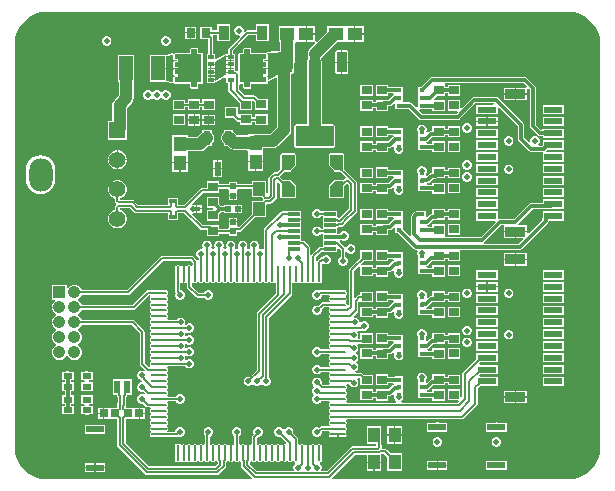
<source format=gtl>
G04*
G04 #@! TF.GenerationSoftware,Altium Limited,Altium Designer,24.4.1 (13)*
G04*
G04 Layer_Physical_Order=1*
G04 Layer_Color=255*
%FSLAX44Y44*%
%MOMM*%
G71*
G04*
G04 #@! TF.SameCoordinates,EA300020-20D2-4A69-A7C9-2FF48D3C62D3*
G04*
G04*
G04 #@! TF.FilePolarity,Positive*
G04*
G01*
G75*
%ADD12C,0.2000*%
%ADD16R,1.8000X0.8500*%
%ADD17R,1.6000X0.6000*%
%ADD18R,0.7811X0.7121*%
%ADD19R,0.2125X1.3552*%
G04:AMPARAMS|DCode=20|XSize=1.3552mm|YSize=0.2125mm|CornerRadius=0.1062mm|HoleSize=0mm|Usage=FLASHONLY|Rotation=90.000|XOffset=0mm|YOffset=0mm|HoleType=Round|Shape=RoundedRectangle|*
%AMROUNDEDRECTD20*
21,1,1.3552,0.0000,0,0,90.0*
21,1,1.1428,0.2125,0,0,90.0*
1,1,0.2125,0.0000,0.5714*
1,1,0.2125,0.0000,-0.5714*
1,1,0.2125,0.0000,-0.5714*
1,1,0.2125,0.0000,0.5714*
%
%ADD20ROUNDEDRECTD20*%
G04:AMPARAMS|DCode=21|XSize=0.2125mm|YSize=1.3552mm|CornerRadius=0.1062mm|HoleSize=0mm|Usage=FLASHONLY|Rotation=90.000|XOffset=0mm|YOffset=0mm|HoleType=Round|Shape=RoundedRectangle|*
%AMROUNDEDRECTD21*
21,1,0.2125,1.1428,0,0,90.0*
21,1,0.0000,1.3552,0,0,90.0*
1,1,0.2125,0.5714,0.0000*
1,1,0.2125,0.5714,0.0000*
1,1,0.2125,-0.5714,0.0000*
1,1,0.2125,-0.5714,0.0000*
%
%ADD21ROUNDEDRECTD21*%
%ADD22R,1.5000X0.5500*%
%ADD23R,1.1430X2.0320*%
%ADD24R,0.8500X0.7000*%
%ADD25R,0.8500X0.7500*%
%ADD26R,0.4500X0.3500*%
G04:AMPARAMS|DCode=27|XSize=3.2mm|YSize=1.75mm|CornerRadius=0.0525mm|HoleSize=0mm|Usage=FLASHONLY|Rotation=0.000|XOffset=0mm|YOffset=0mm|HoleType=Round|Shape=RoundedRectangle|*
%AMROUNDEDRECTD27*
21,1,3.2000,1.6450,0,0,0.0*
21,1,3.0950,1.7500,0,0,0.0*
1,1,0.1050,1.5475,-0.8225*
1,1,0.1050,-1.5475,-0.8225*
1,1,0.1050,-1.5475,0.8225*
1,1,0.1050,1.5475,0.8225*
%
%ADD27ROUNDEDRECTD27*%
G04:AMPARAMS|DCode=28|XSize=0.9mm|YSize=1.75mm|CornerRadius=0.0495mm|HoleSize=0mm|Usage=FLASHONLY|Rotation=0.000|XOffset=0mm|YOffset=0mm|HoleType=Round|Shape=RoundedRectangle|*
%AMROUNDEDRECTD28*
21,1,0.9000,1.6510,0,0,0.0*
21,1,0.8010,1.7500,0,0,0.0*
1,1,0.0990,0.4005,-0.8255*
1,1,0.0990,-0.4005,-0.8255*
1,1,0.0990,-0.4005,0.8255*
1,1,0.0990,0.4005,0.8255*
%
%ADD28ROUNDEDRECTD28*%
%ADD29R,0.5000X0.3500*%
%ADD30R,1.0500X1.3000*%
%ADD31R,0.5750X1.1400*%
%ADD32R,0.8000X0.5000*%
%ADD33R,0.9779X0.3048*%
%ADD34R,0.9100X1.2200*%
%ADD35R,1.3051X1.1062*%
%ADD36R,0.7500X0.8500*%
%ADD37R,0.6000X1.2000*%
%ADD38R,1.1062X1.3051*%
%ADD39R,0.9000X0.7000*%
%ADD40R,0.5200X0.5200*%
%ADD41R,0.8621X0.7565*%
%ADD42R,0.7000X0.4200*%
%ADD43C,0.9698*%
%ADD44C,0.9900*%
%ADD45R,1.0500X1.1500*%
%ADD46R,0.5200X0.5200*%
%ADD58R,1.4000X1.4000*%
%ADD59C,1.4000*%
G04:AMPARAMS|DCode=60|XSize=2.8mm|YSize=2mm|CornerRadius=1mm|HoleSize=0mm|Usage=FLASHONLY|Rotation=270.000|XOffset=0mm|YOffset=0mm|HoleType=Round|Shape=RoundedRectangle|*
%AMROUNDEDRECTD60*
21,1,2.8000,0.0000,0,0,270.0*
21,1,0.8000,2.0000,0,0,270.0*
1,1,2.0000,0.0000,-0.4000*
1,1,2.0000,0.0000,0.4000*
1,1,2.0000,0.0000,0.4000*
1,1,2.0000,0.0000,-0.4000*
%
%ADD60ROUNDEDRECTD60*%
%AMCUSTOMSHAPE64*
4,1,28,-1.1400,1.2250,-0.7250,1.2250,-0.7250,1.6050,-0.2950,1.6050,-0.2950,1.2250,0.8400,1.2250,0.8400,1.1750,1.1400,1.1750,1.1400,0.7750,0.8400,0.7750,0.8400,0.5250,1.1400,0.5250,1.1400,0.1250,0.8400,0.1250,0.8400,-0.1250,1.1400,-0.1250,1.1400,-0.5250,0.8400,-0.5250,0.8400,-0.7750,1.1400,-0.7750,1.1400,-1.1750,0.8400,-1.1750,0.8400,-1.2250,-0.2950,-1.2250,-0.2950,-1.6050,-0.7250,-1.6050,-0.7250,-1.2250,-1.1400,-1.2250,-1.1400,1.2250,0.0*%
%ADD64CUSTOMSHAPE64*%

%AMCUSTOMSHAPE65*
4,1,28,1.1400,-1.2250,0.7250,-1.2250,0.7250,-1.6050,0.2950,-1.6050,0.2950,-1.2250,-0.8400,-1.2250,-0.8400,-1.1750,-1.1400,-1.1750,-1.1400,-0.7750,-0.8400,-0.7750,-0.8400,-0.5250,-1.1400,-0.5250,-1.1400,-0.1250,-0.8400,-0.1250,-0.8400,0.1250,-1.1400,0.1250,-1.1400,0.5250,-0.8400,0.5250,-0.8400,0.7750,-1.1400,0.7750,-1.1400,1.1750,-0.8400,1.1750,-0.8400,1.2250,0.2950,1.2250,0.2950,1.6050,0.7250,1.6050,0.7250,1.2250,1.1400,1.2250,1.1400,-1.2250,0.0*%
%ADD65CUSTOMSHAPE65*%

%ADD66C,1.0000*%
%ADD67C,0.3000*%
%ADD68C,1.0600*%
%ADD69R,1.0600X1.0600*%
%ADD70C,0.5000*%
%ADD71C,1.0000*%
%ADD72C,4.0000*%
G36*
X475467Y397482D02*
X479007Y396534D01*
X482393Y395131D01*
X485568Y393299D01*
X488475Y391067D01*
X491067Y388475D01*
X493299Y385568D01*
X495131Y382393D01*
X496534Y379007D01*
X497482Y375467D01*
X497961Y371833D01*
Y370000D01*
Y30000D01*
Y28167D01*
X497482Y24533D01*
X496534Y20993D01*
X495131Y17607D01*
X493299Y14432D01*
X491067Y11525D01*
X488475Y8933D01*
X485568Y6701D01*
X482393Y4869D01*
X479007Y3466D01*
X475467Y2517D01*
X471833Y2039D01*
X271007D01*
X270481Y3309D01*
X290133Y22961D01*
X299984D01*
Y17008D01*
X306250D01*
X312516D01*
Y23610D01*
X314983D01*
X317484Y21109D01*
Y8984D01*
X330016D01*
Y24016D01*
X320391D01*
X317288Y27119D01*
X316621Y27565D01*
X315834Y27721D01*
X315834Y27721D01*
X313597D01*
X313401Y27850D01*
X312653Y28991D01*
X312695Y29204D01*
X312695Y29204D01*
Y31204D01*
X312556Y31905D01*
Y35250D01*
X312516Y35449D01*
Y47016D01*
X299984D01*
Y31984D01*
X307343D01*
X307733Y31562D01*
X307793Y31254D01*
X306849Y30087D01*
X288032D01*
X288032Y30087D01*
X287245Y29931D01*
X286579Y29485D01*
X286579Y29485D01*
X266149Y9056D01*
X262372D01*
X261636Y10325D01*
X262000Y11204D01*
Y12796D01*
X261391Y14266D01*
X260450Y15207D01*
X260535Y16037D01*
X260754Y16562D01*
X260811Y16574D01*
X261498Y17033D01*
X261958Y17720D01*
X262119Y18531D01*
Y29959D01*
X261958Y30770D01*
X261498Y31457D01*
X260811Y31917D01*
X260000Y32078D01*
X259189Y31917D01*
X258502Y31457D01*
X258204Y31013D01*
X257620Y30899D01*
X257380D01*
X256796Y31013D01*
X256498Y31457D01*
X255811Y31917D01*
X255000Y32078D01*
X254189Y31917D01*
X253502Y31457D01*
X253204Y31013D01*
X252620Y30899D01*
X252380D01*
X251796Y31013D01*
X251498Y31457D01*
X250811Y31917D01*
X250000Y32078D01*
X249189Y31917D01*
X248502Y31457D01*
X248204Y31013D01*
X247620Y30899D01*
X247380D01*
X246796Y31013D01*
X246498Y31457D01*
X245811Y31917D01*
X245000Y32078D01*
X244189Y31917D01*
X243502Y31457D01*
X243326Y31194D01*
X242055Y31579D01*
Y36000D01*
X242055Y36000D01*
X241899Y36787D01*
X241453Y37453D01*
X241453Y37453D01*
X237913Y40994D01*
X238000Y41204D01*
Y42796D01*
X237391Y44266D01*
X236266Y45391D01*
X234796Y46000D01*
X233204D01*
X231734Y45391D01*
X230720Y44377D01*
X230000Y44317D01*
X229280Y44377D01*
X228266Y45391D01*
X226796Y46000D01*
X225204D01*
X223734Y45391D01*
X222609Y44266D01*
X222000Y42796D01*
Y41204D01*
X222609Y39734D01*
X223734Y38609D01*
X225204Y38000D01*
X226796D01*
X227006Y38087D01*
X232363Y32730D01*
X232280Y32399D01*
X230845Y31894D01*
X230811Y31917D01*
X230508Y31977D01*
Y24245D01*
Y16513D01*
X230811Y16574D01*
X231498Y17033D01*
X231796Y17478D01*
X232380Y17592D01*
X232620D01*
X233204Y17478D01*
X233502Y17033D01*
X234189Y16574D01*
X235000Y16412D01*
X235811Y16574D01*
X236498Y17033D01*
X236796Y17478D01*
X237380Y17592D01*
X237620D01*
X238204Y17478D01*
X238502Y17033D01*
X239189Y16574D01*
X239246Y16562D01*
X239465Y16037D01*
X239550Y15207D01*
X238609Y14266D01*
X238000Y12796D01*
Y11204D01*
X238364Y10325D01*
X237628Y9056D01*
X207328D01*
X201063Y15320D01*
Y16654D01*
X201329Y16920D01*
X201498Y17033D01*
X201796Y17478D01*
X202380Y17592D01*
X202620D01*
X203204Y17478D01*
X203502Y17033D01*
X204189Y16574D01*
X205000Y16412D01*
X205811Y16574D01*
X206498Y17033D01*
X206796Y17478D01*
X207380Y17592D01*
X207620D01*
X208204Y17478D01*
X208502Y17033D01*
X209189Y16574D01*
X210000Y16412D01*
X210811Y16574D01*
X211498Y17033D01*
X211796Y17478D01*
X212380Y17592D01*
X212620D01*
X213204Y17478D01*
X213502Y17033D01*
X214189Y16574D01*
X215000Y16412D01*
X215811Y16574D01*
X216498Y17033D01*
X216796Y17478D01*
X217380Y17592D01*
X217620D01*
X218204Y17478D01*
X218502Y17033D01*
X219189Y16574D01*
X220000Y16412D01*
X220811Y16574D01*
X221498Y17033D01*
X221796Y17478D01*
X222380Y17592D01*
X222620D01*
X223204Y17478D01*
X223502Y17033D01*
X224189Y16574D01*
X225000Y16412D01*
X225811Y16574D01*
X226498Y17033D01*
X226796Y17478D01*
X227380Y17592D01*
X227620D01*
X228204Y17478D01*
X228502Y17033D01*
X229189Y16574D01*
X229492Y16513D01*
Y24245D01*
Y31977D01*
X229189Y31917D01*
X228502Y31457D01*
X228204Y31013D01*
X227620Y30899D01*
X227380D01*
X226796Y31013D01*
X226498Y31457D01*
X225811Y31917D01*
X225000Y32078D01*
X224189Y31917D01*
X223502Y31457D01*
X223204Y31013D01*
X222620Y30899D01*
X222380D01*
X221796Y31013D01*
X221498Y31457D01*
X220811Y31917D01*
X220000Y32078D01*
X219189Y31917D01*
X218502Y31457D01*
X218204Y31013D01*
X217620Y30899D01*
X217380D01*
X216796Y31013D01*
X216498Y31457D01*
X215811Y31917D01*
X215000Y32078D01*
X214189Y31917D01*
X213502Y31457D01*
X213204Y31013D01*
X212620Y30899D01*
X212380D01*
X211796Y31013D01*
X211498Y31457D01*
X210811Y31917D01*
X210000Y32078D01*
X209189Y31917D01*
X208502Y31457D01*
X208326Y31194D01*
X207055Y31579D01*
Y37337D01*
X207719Y38000D01*
X208796D01*
X210266Y38609D01*
X211391Y39734D01*
X212000Y41204D01*
Y42796D01*
X211391Y44266D01*
X210266Y45391D01*
X208796Y46000D01*
X207204D01*
X205734Y45391D01*
X204609Y44266D01*
X204000Y42796D01*
Y41204D01*
X204325Y40420D01*
X203547Y39642D01*
X203101Y38975D01*
X202945Y38188D01*
X202945Y38188D01*
Y31579D01*
X201674Y31194D01*
X201498Y31457D01*
X200811Y31917D01*
X200000Y32078D01*
X199189Y31917D01*
X198502Y31457D01*
X198204Y31013D01*
X197620Y30899D01*
X197380D01*
X196796Y31013D01*
X196498Y31457D01*
X195811Y31917D01*
X195000Y32078D01*
X194189Y31917D01*
X193502Y31457D01*
X193326Y31194D01*
X192055Y31579D01*
Y38522D01*
X192266Y38609D01*
X193391Y39734D01*
X194000Y41204D01*
Y42796D01*
X193391Y44266D01*
X192266Y45391D01*
X190796Y46000D01*
X189204D01*
X187734Y45391D01*
X186609Y44266D01*
X186000Y42796D01*
Y41204D01*
X186609Y39734D01*
X187734Y38609D01*
X187945Y38522D01*
Y31579D01*
X186674Y31194D01*
X186498Y31457D01*
X185811Y31917D01*
X185508Y31977D01*
Y24245D01*
Y16513D01*
X185811Y16574D01*
X186498Y17033D01*
X186796Y17478D01*
X187380Y17592D01*
X187620D01*
X188204Y17478D01*
X188502Y17033D01*
X189189Y16574D01*
X190000Y16412D01*
X190811Y16574D01*
X191498Y17033D01*
X191796Y17478D01*
X192380Y17592D01*
X192620D01*
X193204Y17478D01*
X193502Y17033D01*
X193671Y16920D01*
X193937Y16654D01*
Y13220D01*
X193937Y13220D01*
X194093Y12433D01*
X194538Y11766D01*
X202996Y3309D01*
X202470Y2039D01*
X28167D01*
X24533Y2517D01*
X20993Y3466D01*
X17607Y4869D01*
X14432Y6701D01*
X11525Y8933D01*
X8933Y11525D01*
X6701Y14432D01*
X4869Y17607D01*
X3466Y20993D01*
X2517Y24533D01*
X2039Y28167D01*
Y30000D01*
Y370000D01*
Y371833D01*
X2517Y375467D01*
X3466Y379007D01*
X4869Y382393D01*
X6701Y385568D01*
X8933Y388475D01*
X11525Y391067D01*
X14432Y393299D01*
X17607Y395131D01*
X20993Y396534D01*
X24533Y397482D01*
X28167Y397961D01*
X471833D01*
X475467Y397482D01*
D02*
G37*
%LPC*%
G36*
X217266Y387116D02*
X206134D01*
Y382056D01*
X199000D01*
X199000Y382056D01*
X198213Y381899D01*
X197547Y381454D01*
X197251Y381157D01*
X196000Y381703D01*
Y382796D01*
X195391Y384266D01*
X194266Y385391D01*
X192796Y386000D01*
X191204D01*
X189734Y385391D01*
X188609Y384266D01*
X188000Y382796D01*
Y381204D01*
X188609Y379734D01*
X189734Y378609D01*
X191204Y378000D01*
X192297D01*
X192843Y376749D01*
X183447Y367354D01*
X183001Y366687D01*
X182845Y365900D01*
X182845Y365900D01*
Y362516D01*
X181384D01*
Y362040D01*
X181128Y361934D01*
X180854Y361904D01*
X172886Y357515D01*
X171616Y358265D01*
Y362516D01*
X170156D01*
Y375400D01*
X170156Y375400D01*
X169999Y376187D01*
X169673Y376674D01*
X169856Y377323D01*
X170259Y377944D01*
X173434D01*
Y372884D01*
X184566D01*
Y387116D01*
X173434D01*
Y382056D01*
X168766D01*
Y385266D01*
X159234D01*
Y374734D01*
X165859D01*
X166045Y374549D01*
Y362516D01*
X164584D01*
Y357286D01*
X164584Y356984D01*
Y356016D01*
X164584Y355714D01*
Y350686D01*
X164500Y350484D01*
Y349516D01*
X164584Y349314D01*
Y344186D01*
X164500Y343984D01*
Y343016D01*
X164584Y342814D01*
Y337484D01*
X171616D01*
Y337960D01*
X171872Y338066D01*
X172147Y338096D01*
X180114Y342485D01*
X181384Y341735D01*
Y337484D01*
X182845D01*
Y331600D01*
X182845Y331600D01*
X183001Y330813D01*
X183447Y330146D01*
X192734Y320859D01*
Y314734D01*
X203266D01*
Y322031D01*
X204536Y322557D01*
X205734Y321359D01*
Y314734D01*
X216266D01*
Y324266D01*
X208641D01*
X206453Y326454D01*
X205787Y326899D01*
X205000Y327056D01*
X205000Y327056D01*
X196851D01*
X192055Y331852D01*
Y336286D01*
X192600Y336650D01*
X195650D01*
Y333950D01*
X195972Y333172D01*
X196750Y332850D01*
X201050D01*
X201828Y333172D01*
X202150Y333950D01*
Y336650D01*
X212400D01*
X213178Y336972D01*
X213251Y337150D01*
X215400D01*
X216178Y337472D01*
X216500Y338250D01*
Y338839D01*
X216749Y338942D01*
X217018Y338969D01*
X222777Y342043D01*
X223866Y341390D01*
Y300541D01*
X217990Y294665D01*
X206531D01*
X205938Y294547D01*
X199453D01*
Y293139D01*
X190535D01*
X188337Y295337D01*
X187016Y296220D01*
Y298016D01*
X178984D01*
Y295552D01*
X178663Y295337D01*
X177333Y293347D01*
X176866Y291000D01*
X177333Y288653D01*
X178663Y286663D01*
X178984Y286448D01*
Y283984D01*
X182341D01*
X183657Y282668D01*
X185647Y281339D01*
X187994Y280872D01*
X198555D01*
X199453Y279974D01*
X199453Y278536D01*
X199453Y278194D01*
Y271502D01*
X206000D01*
X212547D01*
Y278194D01*
X212547Y278536D01*
Y279464D01*
X212547Y279806D01*
Y282397D01*
X220531D01*
X222878Y282864D01*
X224868Y284194D01*
X234337Y293663D01*
X235667Y295653D01*
X236134Y298000D01*
Y345359D01*
X237005D01*
X238161Y345839D01*
X238640Y346995D01*
Y352863D01*
X238667Y352903D01*
X239134Y355250D01*
X239131Y355264D01*
Y371555D01*
X240029Y372453D01*
X241464Y372453D01*
X241806Y372453D01*
X248498D01*
Y379000D01*
Y385547D01*
X241806D01*
X241464Y385547D01*
X240536D01*
X240194Y385547D01*
X225453D01*
Y372453D01*
X226863D01*
Y364900D01*
X222394Y364423D01*
X215820Y363721D01*
X215677Y363644D01*
X215515Y363644D01*
X215321Y363450D01*
X215081Y363318D01*
X215035Y363163D01*
X214920Y363048D01*
X213732Y362850D01*
X213251D01*
X213178Y363028D01*
X212400Y363350D01*
X202150D01*
Y366050D01*
X201828Y366828D01*
X201050Y367150D01*
X196750D01*
X195972Y366828D01*
X195650Y366050D01*
Y363350D01*
X192600D01*
X191822Y363028D01*
X191500Y362250D01*
Y348210D01*
X190445Y347710D01*
X190230Y347667D01*
X189615Y348078D01*
X188968Y348206D01*
X188667Y348850D01*
X188495Y349504D01*
X188500Y349516D01*
Y350484D01*
X188416Y350686D01*
Y355814D01*
X188500Y356016D01*
Y356984D01*
X188416Y357186D01*
Y362516D01*
X186956D01*
Y365049D01*
X199851Y377944D01*
X206134D01*
Y372884D01*
X217266D01*
Y387116D01*
D02*
G37*
G36*
X155766Y385266D02*
X151508D01*
Y380508D01*
X155766D01*
Y385266D01*
D02*
G37*
G36*
X150492D02*
X146234D01*
Y380508D01*
X150492D01*
Y385266D01*
D02*
G37*
G36*
X290514Y385547D02*
Y379508D01*
X297547D01*
Y385547D01*
X290514D01*
D02*
G37*
G36*
X249514D02*
Y379508D01*
X256547D01*
Y385547D01*
X249514D01*
D02*
G37*
G36*
X155766Y379492D02*
X151508D01*
Y374734D01*
X155766D01*
Y379492D01*
D02*
G37*
G36*
X150492D02*
X146234D01*
Y374734D01*
X150492D01*
Y379492D01*
D02*
G37*
G36*
X282464Y385547D02*
X281536D01*
X281194Y385547D01*
X266453D01*
Y381128D01*
X257817Y372492D01*
X256547Y373018D01*
X256547Y373489D01*
Y378492D01*
X249514D01*
Y372453D01*
X255452D01*
X255982Y372453D01*
X256508Y371183D01*
X252163Y366837D01*
X250833Y364847D01*
X250757Y364464D01*
X250359Y363505D01*
Y357637D01*
X250333Y357597D01*
X249866Y355250D01*
Y302643D01*
X240525D01*
X239346Y302154D01*
X238857Y300975D01*
Y284525D01*
X239346Y283346D01*
X240525Y282857D01*
X271475D01*
X272654Y283346D01*
X273143Y284525D01*
Y300975D01*
X272654Y302154D01*
X271475Y302643D01*
X262134D01*
Y355250D01*
X261667Y357597D01*
X261640Y357637D01*
Y358966D01*
X275128Y372453D01*
X281194D01*
X281536Y372453D01*
X282464D01*
X282806Y372453D01*
X289498D01*
Y379000D01*
Y385547D01*
X282806D01*
X282464Y385547D01*
D02*
G37*
G36*
X297547Y378492D02*
X290514D01*
Y372453D01*
X297547D01*
Y378492D01*
D02*
G37*
G36*
X130796Y377250D02*
X129204D01*
X127734Y376641D01*
X126609Y375516D01*
X126000Y374046D01*
Y372454D01*
X126609Y370984D01*
X127734Y369859D01*
X129204Y369250D01*
X130796D01*
X132266Y369859D01*
X133391Y370984D01*
X134000Y372454D01*
Y374046D01*
X133391Y375516D01*
X132266Y376641D01*
X130796Y377250D01*
D02*
G37*
G36*
X80796Y377250D02*
X79204D01*
X77734Y376641D01*
X76609Y375516D01*
X76000Y374046D01*
Y372454D01*
X76609Y370984D01*
X77734Y369859D01*
X79204Y369250D01*
X80796D01*
X82266Y369859D01*
X83391Y370984D01*
X84000Y372454D01*
Y374046D01*
X83391Y375516D01*
X82266Y376641D01*
X80796Y377250D01*
D02*
G37*
G36*
X156250Y367150D02*
X151950D01*
X151172Y366828D01*
X150850Y366050D01*
Y363350D01*
X140600D01*
X139822Y363028D01*
X139749Y362850D01*
X137600D01*
X136822Y362528D01*
X136804Y362482D01*
X136500Y362608D01*
X136405Y362568D01*
X136305Y362590D01*
X129870Y361426D01*
X129593Y361248D01*
X129420Y361176D01*
X116604D01*
Y338824D01*
X129420D01*
X129593Y338752D01*
X129870Y338574D01*
X136305Y337410D01*
X136405Y337432D01*
X136500Y337392D01*
X136804Y337518D01*
X136822Y337472D01*
X137600Y337150D01*
X139749D01*
X139822Y336972D01*
X140600Y336650D01*
X150850D01*
Y333950D01*
X151172Y333172D01*
X151950Y332850D01*
X156250D01*
X157028Y333172D01*
X157350Y333950D01*
Y336650D01*
X160400D01*
X161178Y336972D01*
X161500Y337750D01*
Y362250D01*
X161178Y363028D01*
X160400Y363350D01*
X157350D01*
Y366050D01*
X157028Y366828D01*
X156250Y367150D01*
D02*
G37*
G36*
X283005Y365140D02*
X279508D01*
Y355758D01*
X284641D01*
Y363505D01*
X284161Y364661D01*
X283005Y365140D01*
D02*
G37*
G36*
X278492D02*
X274995D01*
X273839Y364661D01*
X273360Y363505D01*
Y355758D01*
X278492D01*
Y365140D01*
D02*
G37*
G36*
X284641Y354742D02*
X279508D01*
Y345359D01*
X283005D01*
X284161Y345839D01*
X284641Y346995D01*
Y354742D01*
D02*
G37*
G36*
X278492D02*
X273360D01*
Y346995D01*
X273839Y345839D01*
X274995Y345359D01*
X278492D01*
Y354742D01*
D02*
G37*
G36*
X130796Y331500D02*
X129204D01*
X127734Y330891D01*
X127073Y330230D01*
X126250Y329907D01*
X125427Y330230D01*
X124766Y330891D01*
X123296Y331500D01*
X121704D01*
X120234Y330891D01*
X119573Y330230D01*
X118750Y329907D01*
X117927Y330230D01*
X117266Y330891D01*
X115796Y331500D01*
X114204D01*
X112734Y330891D01*
X111609Y329766D01*
X111000Y328296D01*
Y326704D01*
X111609Y325234D01*
X112734Y324109D01*
X114204Y323500D01*
X115796D01*
X117266Y324109D01*
X117927Y324770D01*
X118750Y325093D01*
X119573Y324770D01*
X120234Y324109D01*
X121704Y323500D01*
X123296D01*
X124766Y324109D01*
X125427Y324770D01*
X126250Y325093D01*
X127073Y324770D01*
X127734Y324109D01*
X129204Y323500D01*
X130796D01*
X132266Y324109D01*
X133391Y325234D01*
X134000Y326704D01*
Y328296D01*
X133391Y329766D01*
X132266Y330891D01*
X130796Y331500D01*
D02*
G37*
G36*
X425492Y333516D02*
X415984D01*
Y328758D01*
X425492D01*
Y333516D01*
D02*
G37*
G36*
X305266Y335766D02*
X294734D01*
Y326734D01*
X305266D01*
Y335766D01*
D02*
G37*
G36*
X436016Y327742D02*
X426508D01*
Y322984D01*
X436016D01*
Y327742D01*
D02*
G37*
G36*
X425492D02*
X415984D01*
Y322984D01*
X425492D01*
Y327742D01*
D02*
G37*
G36*
X159266Y324016D02*
X148734D01*
Y321055D01*
X146266D01*
Y323516D01*
X135734D01*
Y314484D01*
X146266D01*
Y316945D01*
X148734D01*
Y314484D01*
X159266D01*
Y316945D01*
X160984D01*
Y314734D01*
X172016D01*
Y323766D01*
X160984D01*
Y321055D01*
X159266D01*
Y324016D01*
D02*
G37*
G36*
X467016Y319016D02*
X448984D01*
Y310984D01*
X467016D01*
Y319016D01*
D02*
G37*
G36*
X159266Y311016D02*
X154508D01*
Y306758D01*
X159266D01*
Y311016D01*
D02*
G37*
G36*
X153492D02*
X148734D01*
Y306758D01*
X153492D01*
Y311016D01*
D02*
G37*
G36*
X172016Y310766D02*
X167008D01*
Y306758D01*
X172016D01*
Y310766D01*
D02*
G37*
G36*
X165992D02*
X160984D01*
Y306758D01*
X165992D01*
Y310766D01*
D02*
G37*
G36*
X411016Y309016D02*
X402508D01*
Y305508D01*
X411016D01*
Y309016D01*
D02*
G37*
G36*
X401492D02*
X392984D01*
Y305508D01*
X401492D01*
Y309016D01*
D02*
G37*
G36*
X146266Y311016D02*
X135734D01*
Y301984D01*
X146266D01*
Y311016D01*
D02*
G37*
G36*
X172016Y305742D02*
X167008D01*
Y301734D01*
X172016D01*
Y305742D01*
D02*
G37*
G36*
X165992D02*
X160984D01*
Y301734D01*
X165992D01*
Y305742D01*
D02*
G37*
G36*
X191016Y317266D02*
X179984D01*
Y308234D01*
X187254D01*
X187547Y307796D01*
X190047Y305297D01*
X190047Y305296D01*
X190713Y304851D01*
X191500Y304694D01*
X191500Y304694D01*
X192734D01*
Y302234D01*
X203266D01*
Y304445D01*
X205734D01*
Y301734D01*
X216266D01*
Y311266D01*
X205734D01*
Y308556D01*
X203266D01*
Y311266D01*
X192734D01*
Y311152D01*
X192613Y310994D01*
X191464Y310488D01*
X191016Y310882D01*
Y317266D01*
D02*
G37*
G36*
X159266Y305742D02*
X154508D01*
Y301484D01*
X159266D01*
Y305742D01*
D02*
G37*
G36*
X153492D02*
X148734D01*
Y301484D01*
X153492D01*
Y305742D01*
D02*
G37*
G36*
X467016Y309016D02*
X448984D01*
Y300984D01*
X467016D01*
Y309016D01*
D02*
G37*
G36*
X411016Y304492D02*
X402508D01*
Y300984D01*
X411016D01*
Y304492D01*
D02*
G37*
G36*
X401492D02*
X392984D01*
Y300984D01*
X401492D01*
Y304492D01*
D02*
G37*
G36*
X385796Y303500D02*
X384204D01*
X382734Y302891D01*
X381609Y301766D01*
X381000Y300296D01*
Y298704D01*
X381609Y297234D01*
X382734Y296109D01*
X384204Y295500D01*
X385796D01*
X387266Y296109D01*
X388391Y297234D01*
X389000Y298704D01*
Y300296D01*
X388391Y301766D01*
X387266Y302891D01*
X385796Y303500D01*
D02*
G37*
G36*
X169016Y298016D02*
X160984D01*
Y296220D01*
X159663Y295337D01*
X156465Y292139D01*
X148547D01*
Y293547D01*
X135453D01*
Y278806D01*
X135453Y278464D01*
Y277536D01*
X135453Y277194D01*
Y270502D01*
X142000D01*
X148547D01*
Y277194D01*
X148547Y277536D01*
Y278602D01*
X149039Y279872D01*
X159006D01*
X161353Y280339D01*
X163343Y281668D01*
X165659Y283984D01*
X169016D01*
Y286448D01*
X169337Y286663D01*
X170667Y288653D01*
X171134Y291000D01*
X170667Y293347D01*
X169337Y295337D01*
X169016Y295552D01*
Y298016D01*
D02*
G37*
G36*
X347546Y302250D02*
X345954D01*
X344484Y301641D01*
X343359Y300516D01*
X342750Y299046D01*
Y297454D01*
X343359Y295984D01*
X343484Y295859D01*
Y294036D01*
X343484Y293734D01*
Y292766D01*
X343484Y292464D01*
Y287536D01*
X343484Y287234D01*
Y286266D01*
X343484Y285964D01*
Y280734D01*
X350016D01*
Y280935D01*
X355734D01*
Y278734D01*
X366266D01*
Y288266D01*
X355734D01*
Y286065D01*
X351396D01*
X350701Y287335D01*
X351024Y287839D01*
X351232Y287880D01*
X352064Y288436D01*
X354727Y291099D01*
X355734Y291734D01*
X366266D01*
Y293810D01*
X368734D01*
Y291734D01*
X379266D01*
Y300766D01*
X368734D01*
Y298940D01*
X366266D01*
Y301266D01*
X355734D01*
Y297133D01*
X354568D01*
X353586Y296938D01*
X352754Y296382D01*
X352038Y295666D01*
X350592Y296016D01*
X350402Y296613D01*
X350750Y297454D01*
Y299046D01*
X350141Y300516D01*
X349016Y301641D01*
X347546Y302250D01*
D02*
G37*
G36*
X305266Y300766D02*
X294734D01*
Y291734D01*
X305266D01*
Y300766D01*
D02*
G37*
G36*
X434000Y342565D02*
X355750D01*
X354768Y342370D01*
X353936Y341814D01*
X346388Y334266D01*
X343484D01*
Y329036D01*
X343484Y328734D01*
Y327766D01*
X343484Y327464D01*
Y322234D01*
X343484D01*
Y321266D01*
X343484D01*
Y317190D01*
X342214Y316664D01*
X338564Y320314D01*
X337732Y320870D01*
X336750Y321065D01*
X330760D01*
X330516Y322234D01*
X330516Y322536D01*
Y327464D01*
X330516Y327766D01*
Y328734D01*
X330516Y329036D01*
Y334266D01*
X323984D01*
Y334065D01*
X318266D01*
Y336266D01*
X307734D01*
Y326734D01*
X318266D01*
Y328935D01*
X322604D01*
X323299Y327665D01*
X322976Y327161D01*
X322768Y327120D01*
X321936Y326564D01*
X319273Y323901D01*
X318266Y323266D01*
X307734D01*
Y321190D01*
X305266D01*
Y323266D01*
X294734D01*
Y314234D01*
X305266D01*
Y316060D01*
X307734D01*
Y313734D01*
X318266D01*
Y317867D01*
X319432D01*
X320414Y318062D01*
X321246Y318618D01*
X322714Y320086D01*
X323984Y319560D01*
Y315734D01*
X330516D01*
Y315935D01*
X335687D01*
X344436Y307186D01*
X345268Y306630D01*
X346250Y306435D01*
X377000D01*
X377982Y306630D01*
X378814Y307186D01*
X392063Y320435D01*
X407910D01*
X408009Y320286D01*
X407330Y319016D01*
X392984D01*
Y310984D01*
X411016D01*
Y316697D01*
X412189Y317183D01*
X428435Y300937D01*
Y290000D01*
X428630Y289018D01*
X429186Y288186D01*
X437186Y280186D01*
X438018Y279630D01*
X439000Y279435D01*
X447887D01*
X448984Y279016D01*
X448984Y278165D01*
Y270984D01*
X467016D01*
Y279016D01*
X452639D01*
X452143Y280201D01*
X452869Y280984D01*
X467016D01*
Y289016D01*
X448984D01*
Y284612D01*
X448937Y284565D01*
X446018D01*
X445492Y285835D01*
X445891Y286234D01*
X446500Y287704D01*
Y289296D01*
X445891Y290766D01*
X444766Y291891D01*
X443296Y292500D01*
X441704D01*
X440234Y291891D01*
X439109Y290766D01*
X438500Y289296D01*
Y287924D01*
X437893Y287496D01*
X437327Y287301D01*
X433565Y291063D01*
Y302000D01*
X433370Y302982D01*
X432814Y303814D01*
X411814Y324814D01*
X410982Y325370D01*
X410000Y325565D01*
X391000D01*
X390018Y325370D01*
X389186Y324814D01*
X380439Y316067D01*
X379266Y316553D01*
Y323266D01*
X368734D01*
Y314234D01*
X376947D01*
X377433Y313061D01*
X375937Y311565D01*
X347313D01*
X344414Y314464D01*
X344940Y315734D01*
X350016D01*
Y315935D01*
X355734D01*
Y313734D01*
X366266D01*
Y323266D01*
X357553D01*
X357067Y324439D01*
X359362Y326734D01*
X366266D01*
Y328810D01*
X368734D01*
Y326734D01*
X379266D01*
Y335766D01*
X368734D01*
Y333940D01*
X366266D01*
Y336165D01*
X366266Y336266D01*
X366511Y337435D01*
X432937D01*
X435586Y334786D01*
X435060Y333516D01*
X426508D01*
Y328758D01*
X436016D01*
Y332560D01*
X437286Y333086D01*
X438435Y331937D01*
Y301000D01*
X438630Y300018D01*
X439186Y299186D01*
X445186Y293186D01*
X446018Y292630D01*
X447000Y292435D01*
X448984D01*
Y290984D01*
X467016D01*
Y299016D01*
X448984D01*
Y298407D01*
X447714Y297914D01*
X443565Y302063D01*
Y333000D01*
X443370Y333982D01*
X442814Y334814D01*
X435814Y341814D01*
X434982Y342370D01*
X434000Y342565D01*
D02*
G37*
G36*
X411016Y299016D02*
X392984D01*
Y290984D01*
X411016D01*
Y299016D01*
D02*
G37*
G36*
X103396Y361176D02*
X89934D01*
Y338824D01*
X90531D01*
Y327381D01*
X86663Y323512D01*
X85333Y321522D01*
X84866Y319175D01*
Y305516D01*
X80984D01*
Y289484D01*
X97016D01*
Y298908D01*
X97134Y299500D01*
Y316634D01*
X101002Y320503D01*
X102332Y322493D01*
X102799Y324840D01*
Y338824D01*
X103396D01*
Y361176D01*
D02*
G37*
G36*
X318266Y301266D02*
X307734D01*
Y291734D01*
X318266D01*
Y293935D01*
X322604D01*
X323299Y292665D01*
X322976Y292161D01*
X322768Y292120D01*
X321936Y291564D01*
X319273Y288901D01*
X318266Y288266D01*
X307734D01*
Y286190D01*
X305266D01*
Y288266D01*
X294734D01*
Y279234D01*
X305266D01*
Y281060D01*
X307734D01*
Y278734D01*
X318266D01*
Y282867D01*
X319432D01*
X320414Y283062D01*
X321246Y283618D01*
X321962Y284334D01*
X323408Y283984D01*
X323598Y283387D01*
X323250Y282546D01*
Y280954D01*
X323859Y279484D01*
X324984Y278359D01*
X326454Y277750D01*
X328046D01*
X329516Y278359D01*
X330641Y279484D01*
X331250Y280954D01*
Y282546D01*
X330641Y284016D01*
X330516Y284141D01*
Y285964D01*
X330516Y286266D01*
Y287234D01*
X330516Y287536D01*
Y292464D01*
X330516Y292766D01*
Y293734D01*
X330516Y294036D01*
Y299266D01*
X323984D01*
Y299065D01*
X318266D01*
Y301266D01*
D02*
G37*
G36*
X421046Y292500D02*
X419454D01*
X417984Y291891D01*
X416859Y290766D01*
X416250Y289296D01*
Y287704D01*
X416859Y286234D01*
X417984Y285109D01*
X419454Y284500D01*
X421046D01*
X422516Y285109D01*
X423641Y286234D01*
X424250Y287704D01*
Y289296D01*
X423641Y290766D01*
X422516Y291891D01*
X421046Y292500D01*
D02*
G37*
G36*
X411016Y289016D02*
X392984D01*
Y280984D01*
X411016D01*
Y289016D01*
D02*
G37*
G36*
X379266Y288266D02*
X368734D01*
Y279234D01*
X379266D01*
Y288266D01*
D02*
G37*
G36*
X90055Y280516D02*
X89508D01*
Y273008D01*
X97016D01*
Y273555D01*
X96470Y275594D01*
X95414Y277422D01*
X93922Y278914D01*
X92094Y279970D01*
X90055Y280516D01*
D02*
G37*
G36*
X88492D02*
X87945D01*
X85906Y279970D01*
X84078Y278914D01*
X82586Y277422D01*
X81530Y275594D01*
X80984Y273555D01*
Y273008D01*
X88492D01*
Y280516D01*
D02*
G37*
G36*
X411016Y279016D02*
X392984D01*
Y270984D01*
X411016D01*
Y279016D01*
D02*
G37*
G36*
X178016Y272016D02*
X174508D01*
Y265508D01*
X178016D01*
Y272016D01*
D02*
G37*
G36*
X173492D02*
X169984D01*
Y265508D01*
X173492D01*
Y272016D01*
D02*
G37*
G36*
X97016Y271992D02*
X89508D01*
Y264484D01*
X90055D01*
X92094Y265030D01*
X93922Y266086D01*
X95414Y267578D01*
X96470Y269406D01*
X97016Y271445D01*
Y271992D01*
D02*
G37*
G36*
X88492D02*
X80984D01*
Y271445D01*
X81530Y269406D01*
X82586Y267578D01*
X84078Y266086D01*
X85906Y265030D01*
X87945Y264484D01*
X88492D01*
Y271992D01*
D02*
G37*
G36*
X385796Y272000D02*
X384204D01*
X382734Y271391D01*
X381609Y270266D01*
X381000Y268796D01*
Y267204D01*
X381609Y265734D01*
X382734Y264609D01*
X384204Y264000D01*
X385796D01*
X387266Y264609D01*
X388391Y265734D01*
X389000Y267204D01*
Y268796D01*
X388391Y270266D01*
X387266Y271391D01*
X385796Y272000D01*
D02*
G37*
G36*
X212547Y270486D02*
X206508D01*
Y263453D01*
X212547D01*
Y270486D01*
D02*
G37*
G36*
X205492D02*
X199453D01*
Y263453D01*
X205492D01*
Y270486D01*
D02*
G37*
G36*
X148547Y269486D02*
X142508D01*
Y262453D01*
X148547D01*
Y269486D01*
D02*
G37*
G36*
X141492D02*
X135453D01*
Y262453D01*
X141492D01*
Y269486D01*
D02*
G37*
G36*
X239000Y278100D02*
X228000D01*
X227222Y277778D01*
X226900Y277000D01*
Y264878D01*
X223961Y261938D01*
X221907D01*
X221906Y261938D01*
X221120Y261782D01*
X220453Y261336D01*
X220453Y261336D01*
X217424Y258308D01*
X216979Y257641D01*
X216822Y256854D01*
X216822Y256854D01*
Y243986D01*
X216536Y243746D01*
X215266Y244338D01*
Y254266D01*
X202734D01*
Y252055D01*
X190616D01*
Y253616D01*
X183384D01*
Y252055D01*
X175327D01*
Y254307D01*
X164673D01*
Y248782D01*
X160726D01*
X160726Y248782D01*
X159939Y248625D01*
X159273Y248179D01*
X159272Y248179D01*
X145657Y234564D01*
X140555D01*
Y236400D01*
X140516Y236599D01*
Y240616D01*
X131484D01*
Y234564D01*
X106843D01*
X103446Y237961D01*
X102779Y238407D01*
X101992Y238563D01*
X101992Y238563D01*
X91527D01*
X91360Y239834D01*
X92094Y240030D01*
X93922Y241086D01*
X95414Y242578D01*
X96470Y244406D01*
X97016Y246445D01*
Y248555D01*
X96470Y250594D01*
X95414Y252422D01*
X93922Y253914D01*
X92094Y254970D01*
X90055Y255516D01*
X87945D01*
X85906Y254970D01*
X84078Y253914D01*
X82586Y252422D01*
X81530Y250594D01*
X80984Y248555D01*
Y246445D01*
X81530Y244406D01*
X82586Y242578D01*
X84078Y241086D01*
X85906Y240030D01*
X86945Y239752D01*
Y237680D01*
X86945Y237680D01*
X87101Y236893D01*
X87547Y236226D01*
X87897Y235875D01*
Y234125D01*
X87547Y233774D01*
X87101Y233107D01*
X86945Y232320D01*
X86945Y232320D01*
Y230248D01*
X85906Y229970D01*
X84078Y228914D01*
X82586Y227422D01*
X81530Y225594D01*
X80984Y223555D01*
Y221445D01*
X81530Y219406D01*
X82586Y217578D01*
X84078Y216086D01*
X85906Y215030D01*
X87945Y214484D01*
X90055D01*
X92094Y215030D01*
X93922Y216086D01*
X95414Y217578D01*
X96470Y219406D01*
X97016Y221445D01*
Y223555D01*
X96470Y225594D01*
X95414Y227422D01*
X93922Y228914D01*
X92094Y229970D01*
X91360Y230166D01*
X91527Y231437D01*
X99891D01*
X103289Y228039D01*
X103289Y228039D01*
X103956Y227593D01*
X104743Y227437D01*
X131484D01*
Y221384D01*
X140516D01*
Y225401D01*
X140555Y225600D01*
Y227437D01*
X145657D01*
X159273Y213821D01*
X159273Y213820D01*
X159939Y213375D01*
X160726Y213218D01*
X160726Y213218D01*
X164673D01*
Y207693D01*
X175327D01*
Y209944D01*
X183384D01*
Y208384D01*
X190616D01*
Y211544D01*
X192600D01*
X192600Y211544D01*
X193387Y211701D01*
X194053Y212146D01*
X205641Y223734D01*
X215266D01*
Y234551D01*
X215306Y234750D01*
Y235436D01*
X218499D01*
X218499Y235436D01*
X219286Y235593D01*
X219953Y236039D01*
X223347Y239433D01*
X223793Y240100D01*
X223949Y240886D01*
X223949Y240887D01*
Y253027D01*
X225219Y253553D01*
X226900Y251872D01*
Y241000D01*
X227222Y240222D01*
X228000Y239900D01*
X239000D01*
X239778Y240222D01*
X240100Y241000D01*
Y249500D01*
X239960Y249837D01*
X239859Y250187D01*
X235859Y255187D01*
X235802Y255218D01*
X235778Y255278D01*
X235441Y255417D01*
X235121Y255593D01*
X235060Y255575D01*
X235000Y255600D01*
X228987D01*
X227068Y257518D01*
X226314Y258375D01*
X227068Y259232D01*
X230237Y262400D01*
X235000D01*
X235060Y262425D01*
X235121Y262407D01*
X235441Y262583D01*
X235778Y262722D01*
X235802Y262782D01*
X235859Y262813D01*
X239859Y267813D01*
X239960Y268163D01*
X240100Y268500D01*
Y277000D01*
X239778Y277778D01*
X239000Y278100D01*
D02*
G37*
G36*
X467016Y269016D02*
X448984D01*
Y260984D01*
X467016D01*
Y269016D01*
D02*
G37*
G36*
X411016D02*
X392984D01*
Y260984D01*
X411016D01*
Y269016D01*
D02*
G37*
G36*
X421046Y268500D02*
X419454D01*
X417984Y267891D01*
X416859Y266766D01*
X416250Y265296D01*
Y263704D01*
X416859Y262234D01*
X417984Y261109D01*
X419454Y260500D01*
X421046D01*
X422516Y261109D01*
X423641Y262234D01*
X424250Y263704D01*
Y265296D01*
X423641Y266766D01*
X422516Y267891D01*
X421046Y268500D01*
D02*
G37*
G36*
X178016Y264492D02*
X174508D01*
Y257984D01*
X178016D01*
Y264492D01*
D02*
G37*
G36*
X173492D02*
X169984D01*
Y257984D01*
X173492D01*
Y264492D01*
D02*
G37*
G36*
X347546Y267250D02*
X345954D01*
X344484Y266641D01*
X343359Y265516D01*
X342750Y264046D01*
Y262454D01*
X343359Y260984D01*
X343484Y260859D01*
Y259036D01*
X343484Y258734D01*
Y257766D01*
X343484Y257464D01*
Y252536D01*
X343484Y252234D01*
Y251266D01*
X343484Y250964D01*
Y245734D01*
X350016D01*
Y245935D01*
X355734D01*
Y243734D01*
X366266D01*
Y253266D01*
X355734D01*
Y251065D01*
X351642D01*
X351087Y252091D01*
X351327Y252545D01*
X352039Y252687D01*
X352871Y253243D01*
X356312Y256685D01*
X358750D01*
X358998Y256734D01*
X366266D01*
Y258810D01*
X368734D01*
Y256734D01*
X379266D01*
Y265766D01*
X368734D01*
Y263940D01*
X366266D01*
Y266266D01*
X355734D01*
Y261815D01*
X355250D01*
X354268Y261620D01*
X353436Y261064D01*
X351286Y258914D01*
X350016Y259440D01*
Y260859D01*
X350141Y260984D01*
X350750Y262454D01*
Y264046D01*
X350141Y265516D01*
X349016Y266641D01*
X347546Y267250D01*
D02*
G37*
G36*
X305266Y265766D02*
X294734D01*
Y256734D01*
X305266D01*
Y265766D01*
D02*
G37*
G36*
X280000Y278100D02*
X269000D01*
X268222Y277778D01*
X267900Y277000D01*
Y268500D01*
X268040Y268163D01*
X268141Y267813D01*
X272141Y262813D01*
X272198Y262782D01*
X272222Y262722D01*
X272559Y262583D01*
X272879Y262407D01*
X272940Y262425D01*
X273000Y262400D01*
X277763D01*
X282269Y257895D01*
X282010Y256769D01*
X281851Y256517D01*
X281826Y256512D01*
X281160Y256066D01*
X281160Y256066D01*
X280490Y255397D01*
X280000Y255600D01*
X273000D01*
X272940Y255575D01*
X272879Y255593D01*
X272559Y255417D01*
X272222Y255278D01*
X272198Y255218D01*
X272141Y255187D01*
X268141Y250187D01*
X268040Y249837D01*
X267900Y249500D01*
Y241000D01*
X268222Y240222D01*
X269000Y239900D01*
X280000D01*
X280778Y240222D01*
X281100Y241000D01*
Y250193D01*
X283442Y252535D01*
X284944Y251032D01*
Y231126D01*
X278527Y224709D01*
X278527Y224709D01*
X276883Y223065D01*
X276863D01*
X276396Y223378D01*
X275609Y223534D01*
X275336Y224763D01*
Y229544D01*
X263525D01*
Y229057D01*
X261477D01*
X261391Y229266D01*
X260266Y230391D01*
X258796Y231000D01*
X257204D01*
X255734Y230391D01*
X254609Y229266D01*
X254000Y227796D01*
Y226204D01*
X254609Y224734D01*
X255734Y223609D01*
X257204Y223000D01*
X258796D01*
X260266Y223609D01*
X261391Y224734D01*
X261479Y224946D01*
X263525D01*
Y214038D01*
X261506D01*
X261427Y214230D01*
X260301Y215355D01*
X258831Y215965D01*
X257240D01*
X255770Y215355D01*
X254645Y214230D01*
X254035Y212760D01*
Y211169D01*
X254645Y209699D01*
X255770Y208573D01*
X257240Y207964D01*
X258831D01*
X260301Y208573D01*
X261427Y209699D01*
X261521Y209927D01*
X263525D01*
Y199052D01*
X260996D01*
X260210Y198895D01*
X259543Y198450D01*
X259543Y198450D01*
X253547Y192453D01*
X253326Y192123D01*
X252055Y192508D01*
Y198000D01*
X251899Y198787D01*
X251453Y199454D01*
X251453Y199454D01*
X247456Y203451D01*
X246789Y203897D01*
X246003Y204053D01*
X246002Y204053D01*
X244475D01*
Y209460D01*
Y219463D01*
Y221495D01*
X238570D01*
Y222511D01*
X244475D01*
Y229544D01*
X232664D01*
Y229059D01*
X229004D01*
X228217Y228903D01*
X227550Y228457D01*
X227550Y228457D01*
X213547Y214454D01*
X213101Y213787D01*
X212945Y213000D01*
X212945Y213000D01*
Y197372D01*
X211674Y196636D01*
X210796Y197000D01*
X209357D01*
X209242Y197087D01*
X208932Y197454D01*
X208543Y198101D01*
X209000Y199204D01*
Y200796D01*
X208391Y202266D01*
X207266Y203391D01*
X205796Y204000D01*
X204204D01*
X202734Y203391D01*
X201609Y202266D01*
X201000Y200796D01*
Y199204D01*
X201457Y198101D01*
X201068Y197454D01*
X200758Y197087D01*
X200643Y197000D01*
X199357D01*
X199242Y197087D01*
X198932Y197454D01*
X198543Y198101D01*
X199000Y199204D01*
Y200796D01*
X198391Y202266D01*
X197266Y203391D01*
X195796Y204000D01*
X194204D01*
X192734Y203391D01*
X191609Y202266D01*
X191000Y200796D01*
Y199204D01*
X191457Y198101D01*
X191068Y197454D01*
X190758Y197087D01*
X190643Y197000D01*
X189357D01*
X189242Y197087D01*
X188932Y197454D01*
X188543Y198101D01*
X189000Y199204D01*
Y200796D01*
X188391Y202266D01*
X187266Y203391D01*
X185796Y204000D01*
X184204D01*
X182734Y203391D01*
X181609Y202266D01*
X181000Y200796D01*
Y199204D01*
X181457Y198101D01*
X181068Y197454D01*
X180758Y197087D01*
X180643Y197000D01*
X179357D01*
X179242Y197087D01*
X178932Y197454D01*
X178543Y198101D01*
X179000Y199204D01*
Y200796D01*
X178391Y202266D01*
X177266Y203391D01*
X175796Y204000D01*
X174204D01*
X172734Y203391D01*
X171609Y202266D01*
X171000Y200796D01*
Y199204D01*
X171457Y198101D01*
X171068Y197454D01*
X170758Y197087D01*
X170643Y197000D01*
X169357D01*
X169242Y197087D01*
X168932Y197454D01*
X168543Y198101D01*
X169000Y199204D01*
Y200796D01*
X168391Y202266D01*
X167266Y203391D01*
X165796Y204000D01*
X164204D01*
X162734Y203391D01*
X161609Y202266D01*
X161000Y200796D01*
Y199204D01*
X161457Y198101D01*
X161068Y197454D01*
X160758Y197087D01*
X160643Y197000D01*
X159204D01*
X157734Y196391D01*
X156609Y195266D01*
X156000Y193796D01*
Y192204D01*
X156609Y190734D01*
X157734Y189609D01*
X157944Y189522D01*
Y187508D01*
X156674Y187123D01*
X156454Y187453D01*
X156453Y187453D01*
X153454Y190453D01*
X152787Y190899D01*
X152000Y191056D01*
X152000Y191056D01*
X127000D01*
X127000Y191056D01*
X126213Y190899D01*
X125547Y190453D01*
X97549Y162456D01*
X58685D01*
X58054Y163978D01*
X56278Y165755D01*
X53956Y166716D01*
X51444D01*
X49122Y165755D01*
X47586Y164218D01*
X46459Y164520D01*
X46316Y164608D01*
Y166716D01*
X33684D01*
Y154084D01*
X35793D01*
X35880Y153941D01*
X36182Y152814D01*
X34646Y151278D01*
X33684Y148956D01*
Y148208D01*
X40000D01*
Y147192D01*
X33684D01*
Y146444D01*
X34646Y144122D01*
X36422Y142346D01*
X37166Y142037D01*
Y140663D01*
X36422Y140354D01*
X34646Y138578D01*
X33684Y136256D01*
Y135508D01*
X40000D01*
Y134492D01*
X33684D01*
Y133744D01*
X34646Y131422D01*
X36422Y129646D01*
X37166Y129337D01*
Y127963D01*
X36422Y127654D01*
X34646Y125878D01*
X33684Y123556D01*
Y121044D01*
X34646Y118722D01*
X36422Y116946D01*
X37166Y116637D01*
Y115263D01*
X36422Y114955D01*
X34646Y113178D01*
X33684Y110856D01*
Y108344D01*
X34646Y106022D01*
X36422Y104246D01*
X38744Y103284D01*
X41256D01*
X43578Y104246D01*
X45354Y106022D01*
X45663Y106766D01*
X47037D01*
X47345Y106022D01*
X49122Y104246D01*
X51444Y103284D01*
X53956D01*
X56278Y104246D01*
X58054Y106022D01*
X59016Y108344D01*
Y110856D01*
X58054Y113178D01*
X56278Y114955D01*
X55534Y115263D01*
Y116637D01*
X56278Y116946D01*
X58054Y118722D01*
X59016Y121044D01*
Y123556D01*
X58054Y125878D01*
X56278Y127654D01*
X55534Y127963D01*
Y129337D01*
X56278Y129646D01*
X58054Y131422D01*
X58685Y132944D01*
X101149D01*
X107944Y126149D01*
Y100000D01*
X107944Y100000D01*
X108101Y99213D01*
X108546Y98546D01*
X112371Y94722D01*
X111652Y93645D01*
X110796Y94000D01*
X109204D01*
X107734Y93391D01*
X106609Y92266D01*
X106000Y90796D01*
Y89204D01*
X106609Y87734D01*
X107734Y86609D01*
X109204Y86000D01*
X109425D01*
X110076Y85167D01*
X109563Y84000D01*
X109204D01*
X107734Y83391D01*
X106609Y82266D01*
X106000Y80796D01*
Y79204D01*
X106609Y77734D01*
X107734Y76609D01*
X109204Y76000D01*
X110796D01*
X111006Y76087D01*
X112371Y74722D01*
X111652Y73646D01*
X110796Y74000D01*
X109204D01*
X107734Y73391D01*
X106609Y72266D01*
X106000Y70796D01*
Y69204D01*
X106609Y67734D01*
X107734Y66609D01*
X109204Y66000D01*
X110796D01*
X111006Y66087D01*
X113546Y63547D01*
X113547Y63547D01*
X114213Y63101D01*
X115000Y62944D01*
X116911D01*
X117296Y61674D01*
X117033Y61498D01*
X116574Y60811D01*
X116412Y60000D01*
X116574Y59189D01*
X117033Y58502D01*
X117478Y58204D01*
X117591Y57620D01*
Y57380D01*
X117478Y56796D01*
X117033Y56498D01*
X116574Y55811D01*
X116412Y55000D01*
X116574Y54189D01*
X117033Y53502D01*
X117478Y53204D01*
X117591Y52620D01*
Y52380D01*
X117478Y51796D01*
X117033Y51498D01*
X116574Y50811D01*
X116412Y50000D01*
X116574Y49189D01*
X117033Y48502D01*
X117478Y48204D01*
X117591Y47620D01*
Y47380D01*
X117478Y46796D01*
X117033Y46498D01*
X116574Y45811D01*
X116513Y45508D01*
X124245D01*
X131977D01*
X131917Y45811D01*
X131457Y46498D01*
X131013Y46796D01*
X130899Y47380D01*
Y47620D01*
X131013Y48204D01*
X131457Y48502D01*
X131917Y49189D01*
X132078Y50000D01*
X131917Y50811D01*
X131457Y51498D01*
X131013Y51796D01*
X130899Y52380D01*
Y52620D01*
X131013Y53204D01*
X131457Y53502D01*
X131917Y54189D01*
X132078Y55000D01*
X131917Y55811D01*
X131457Y56498D01*
X131013Y56796D01*
X130899Y57380D01*
Y57620D01*
X131013Y58204D01*
X131457Y58502D01*
X131917Y59189D01*
X132078Y60000D01*
X131917Y60811D01*
X131457Y61498D01*
X131013Y61796D01*
X130899Y62380D01*
Y62620D01*
X131013Y63204D01*
X131457Y63502D01*
X131917Y64189D01*
X132078Y65000D01*
X131917Y65811D01*
X131457Y66498D01*
X131194Y66674D01*
X131579Y67944D01*
X138522D01*
X138609Y67734D01*
X139734Y66609D01*
X141204Y66000D01*
X142796D01*
X144266Y66609D01*
X145391Y67734D01*
X146000Y69204D01*
Y70796D01*
X145391Y72266D01*
X144266Y73391D01*
X142796Y74000D01*
X141204D01*
X139734Y73391D01*
X138609Y72266D01*
X138522Y72056D01*
X131579D01*
X131194Y73326D01*
X131457Y73502D01*
X131917Y74189D01*
X132078Y75000D01*
X131917Y75811D01*
X131457Y76498D01*
X131013Y76796D01*
X130899Y77380D01*
Y77620D01*
X131013Y78204D01*
X131457Y78502D01*
X131917Y79189D01*
X132078Y80000D01*
X131917Y80811D01*
X131457Y81498D01*
X131013Y81796D01*
X130899Y82380D01*
Y82620D01*
X131013Y83204D01*
X131457Y83502D01*
X131917Y84189D01*
X132078Y85000D01*
X131917Y85811D01*
X131457Y86498D01*
X131013Y86796D01*
X130899Y87380D01*
Y87620D01*
X131013Y88204D01*
X131457Y88502D01*
X131917Y89189D01*
X132078Y90000D01*
X131917Y90811D01*
X131457Y91498D01*
X131013Y91796D01*
X130899Y92380D01*
Y92620D01*
X131013Y93204D01*
X131457Y93502D01*
X131917Y94189D01*
X132078Y95000D01*
X131917Y95811D01*
X131457Y96498D01*
X131194Y96674D01*
X131579Y97944D01*
X146535D01*
X146609Y97766D01*
X147734Y96641D01*
X149204Y96032D01*
X150796D01*
X152266Y96641D01*
X153391Y97766D01*
X154000Y99236D01*
Y100828D01*
X153391Y102298D01*
X152266Y103423D01*
X150796Y104032D01*
X149204D01*
X147734Y103423D01*
X147421Y103110D01*
X146345Y103830D01*
X146500Y104204D01*
Y105796D01*
X146300Y106279D01*
X147376Y106999D01*
X147734Y106641D01*
X149204Y106032D01*
X150796D01*
X152266Y106641D01*
X153391Y107766D01*
X154000Y109236D01*
Y110828D01*
X153391Y112298D01*
X152266Y113423D01*
X150796Y114032D01*
X149204D01*
X147734Y113423D01*
X147421Y113110D01*
X146345Y113830D01*
X146500Y114204D01*
Y115796D01*
X146300Y116279D01*
X147376Y116999D01*
X147734Y116641D01*
X149204Y116032D01*
X150796D01*
X152266Y116641D01*
X153391Y117766D01*
X154000Y119236D01*
Y120828D01*
X153391Y122298D01*
X152266Y123423D01*
X150796Y124032D01*
X149204D01*
X147734Y123423D01*
X147421Y123110D01*
X146345Y123830D01*
X146500Y124204D01*
Y125796D01*
X146322Y126225D01*
X147399Y126944D01*
X147734Y126609D01*
X149204Y126000D01*
X150796D01*
X152266Y126609D01*
X153391Y127734D01*
X154000Y129204D01*
Y130796D01*
X153391Y132266D01*
X152266Y133391D01*
X150796Y134000D01*
X149204D01*
X147734Y133391D01*
X147399Y133056D01*
X146322Y133775D01*
X146500Y134204D01*
Y135796D01*
X145891Y137266D01*
X144766Y138391D01*
X143296Y139000D01*
X141704D01*
X140234Y138391D01*
X139109Y137266D01*
X139022Y137056D01*
X131579D01*
X131194Y138326D01*
X131457Y138502D01*
X131917Y139189D01*
X132078Y140000D01*
X131917Y140811D01*
X131457Y141498D01*
X131013Y141796D01*
X130899Y142380D01*
Y142620D01*
X131013Y143204D01*
X131457Y143502D01*
X131917Y144189D01*
X132078Y145000D01*
X131917Y145811D01*
X131457Y146498D01*
X131013Y146796D01*
X130899Y147380D01*
Y147620D01*
X131013Y148204D01*
X131457Y148502D01*
X131917Y149189D01*
X132078Y150000D01*
X131917Y150811D01*
X131457Y151498D01*
X131013Y151796D01*
X130899Y152380D01*
Y152620D01*
X131013Y153204D01*
X131457Y153502D01*
X131917Y154189D01*
X132078Y155000D01*
X131917Y155811D01*
X131457Y156498D01*
X131013Y156796D01*
X130899Y157380D01*
Y157620D01*
X131013Y158204D01*
X131457Y158502D01*
X131917Y159189D01*
X132078Y160000D01*
X131917Y160811D01*
X131457Y161498D01*
X130770Y161958D01*
X129959Y162119D01*
X118531D01*
X118212Y162055D01*
X115000D01*
X115000Y162055D01*
X114213Y161899D01*
X113547Y161453D01*
X113546Y161453D01*
X101849Y149755D01*
X58685D01*
X58054Y151278D01*
X56278Y153055D01*
X55534Y153363D01*
Y154737D01*
X56278Y155046D01*
X58054Y156822D01*
X58685Y158344D01*
X98400D01*
X98400Y158344D01*
X99187Y158501D01*
X99853Y158947D01*
X127851Y186945D01*
X151149D01*
X152944Y185149D01*
Y183089D01*
X151674Y182703D01*
X151498Y182967D01*
X150811Y183426D01*
X150000Y183588D01*
X149189Y183426D01*
X148502Y182967D01*
X148204Y182522D01*
X147620Y182409D01*
X147380D01*
X146796Y182522D01*
X146498Y182967D01*
X145811Y183426D01*
X145508Y183487D01*
Y175755D01*
Y168023D01*
X145811Y168083D01*
X146498Y168543D01*
X146674Y168806D01*
X147944Y168421D01*
Y165000D01*
X147944Y165000D01*
X148101Y164213D01*
X148546Y163547D01*
X155547Y156547D01*
X155547Y156546D01*
X156213Y156101D01*
X157000Y155944D01*
X157000Y155944D01*
X162522D01*
X162609Y155734D01*
X163734Y154609D01*
X165204Y154000D01*
X166796D01*
X168266Y154609D01*
X169391Y155734D01*
X170000Y157204D01*
Y158796D01*
X169391Y160266D01*
X168266Y161391D01*
X166796Y162000D01*
X165204D01*
X163734Y161391D01*
X162609Y160266D01*
X162522Y160056D01*
X157851D01*
X152056Y165851D01*
Y168421D01*
X153326Y168806D01*
X153502Y168543D01*
X154189Y168083D01*
X155000Y167922D01*
X155811Y168083D01*
X156498Y168543D01*
X156796Y168987D01*
X157380Y169101D01*
X157620D01*
X158204Y168987D01*
X158502Y168543D01*
X159189Y168083D01*
X160000Y167922D01*
X160811Y168083D01*
X161498Y168543D01*
X161796Y168987D01*
X162380Y169101D01*
X162620D01*
X163204Y168987D01*
X163502Y168543D01*
X164189Y168083D01*
X165000Y167922D01*
X165811Y168083D01*
X166498Y168543D01*
X166796Y168987D01*
X167380Y169101D01*
X167620D01*
X168204Y168987D01*
X168502Y168543D01*
X169189Y168083D01*
X170000Y167922D01*
X170811Y168083D01*
X171498Y168543D01*
X171796Y168987D01*
X172380Y169101D01*
X172620D01*
X173204Y168987D01*
X173502Y168543D01*
X174189Y168083D01*
X175000Y167922D01*
X175811Y168083D01*
X176498Y168543D01*
X176796Y168987D01*
X177380Y169101D01*
X177620D01*
X178204Y168987D01*
X178502Y168543D01*
X179189Y168083D01*
X180000Y167922D01*
X180811Y168083D01*
X181498Y168543D01*
X181796Y168987D01*
X182380Y169101D01*
X182620D01*
X183204Y168987D01*
X183502Y168543D01*
X184189Y168083D01*
X185000Y167922D01*
X185811Y168083D01*
X186498Y168543D01*
X186796Y168987D01*
X187380Y169101D01*
X187620D01*
X188204Y168987D01*
X188502Y168543D01*
X189189Y168083D01*
X190000Y167922D01*
X190811Y168083D01*
X191498Y168543D01*
X191796Y168987D01*
X192380Y169101D01*
X192620D01*
X193204Y168987D01*
X193502Y168543D01*
X194189Y168083D01*
X195000Y167922D01*
X195811Y168083D01*
X196498Y168543D01*
X196796Y168987D01*
X197380Y169101D01*
X197620D01*
X198204Y168987D01*
X198502Y168543D01*
X199189Y168083D01*
X200000Y167922D01*
X200811Y168083D01*
X201498Y168543D01*
X201796Y168987D01*
X202380Y169101D01*
X202620D01*
X203204Y168987D01*
X203502Y168543D01*
X204189Y168083D01*
X205000Y167922D01*
X205811Y168083D01*
X206498Y168543D01*
X206796Y168987D01*
X207380Y169101D01*
X207620D01*
X208204Y168987D01*
X208502Y168543D01*
X209189Y168083D01*
X210000Y167922D01*
X210811Y168083D01*
X211498Y168543D01*
X211796Y168987D01*
X212380Y169101D01*
X212620D01*
X213204Y168987D01*
X213502Y168543D01*
X214189Y168083D01*
X215000Y167922D01*
X215811Y168083D01*
X216498Y168543D01*
X216796Y168987D01*
X217380Y169101D01*
X217620D01*
X218204Y168987D01*
X218502Y168543D01*
X219189Y168083D01*
X220000Y167922D01*
X220811Y168083D01*
X221498Y168543D01*
X221674Y168806D01*
X222945Y168421D01*
Y158851D01*
X207547Y143454D01*
X207101Y142787D01*
X206945Y142000D01*
X206945Y142000D01*
Y94851D01*
X201006Y88913D01*
X200796Y89000D01*
X199204D01*
X197734Y88391D01*
X196609Y87266D01*
X196000Y85796D01*
Y84204D01*
X196609Y82734D01*
X197734Y81609D01*
X199204Y81000D01*
X200796D01*
X202266Y81609D01*
X202927Y82270D01*
X203750Y82593D01*
X204573Y82270D01*
X205234Y81609D01*
X206704Y81000D01*
X208296D01*
X209766Y81609D01*
X210427Y82270D01*
X211250Y82593D01*
X212073Y82270D01*
X212734Y81609D01*
X214204Y81000D01*
X215796D01*
X217266Y81609D01*
X218391Y82734D01*
X219000Y84204D01*
Y85796D01*
X218391Y87266D01*
X217266Y88391D01*
X217071Y88471D01*
Y91421D01*
X217087Y91502D01*
X217087Y91502D01*
Y138650D01*
X236453Y158016D01*
X236899Y158683D01*
X237055Y159469D01*
Y168421D01*
X238326Y168806D01*
X238502Y168543D01*
X239189Y168083D01*
X240000Y167922D01*
X240811Y168083D01*
X241498Y168543D01*
X241796Y168987D01*
X242380Y169101D01*
X242620D01*
X243204Y168987D01*
X243502Y168543D01*
X244189Y168083D01*
X245000Y167922D01*
X245811Y168083D01*
X246498Y168543D01*
X246796Y168987D01*
X247380Y169101D01*
X247620D01*
X248204Y168987D01*
X248502Y168543D01*
X249189Y168083D01*
X250000Y167922D01*
X250811Y168083D01*
X251498Y168543D01*
X251796Y168987D01*
X252380Y169101D01*
X252620D01*
X253204Y168987D01*
X253502Y168543D01*
X254189Y168083D01*
X255000Y167922D01*
X255811Y168083D01*
X256498Y168543D01*
X256796Y168987D01*
X257380Y169101D01*
X257620D01*
X258204Y168987D01*
X258502Y168543D01*
X259189Y168083D01*
X260000Y167922D01*
X260811Y168083D01*
X261498Y168543D01*
X261958Y169230D01*
X262119Y170041D01*
Y181469D01*
X262055Y181788D01*
Y184492D01*
X263326Y185018D01*
X263734Y184609D01*
X265204Y184000D01*
X266796D01*
X268266Y184609D01*
X269391Y185734D01*
X270000Y187204D01*
Y188796D01*
X269391Y190266D01*
X268266Y191391D01*
X266796Y192000D01*
X265204D01*
X263734Y191391D01*
X262609Y190266D01*
X262522Y190056D01*
X262000D01*
X261213Y189899D01*
X260546Y189454D01*
X260546Y189453D01*
X258547Y187453D01*
X258326Y187123D01*
X257055Y187508D01*
Y190149D01*
X261848Y194941D01*
X263525D01*
Y194456D01*
X275336D01*
Y197348D01*
X276509Y197834D01*
X277945Y196399D01*
Y190228D01*
X277734Y190141D01*
X276609Y189016D01*
X276000Y187546D01*
Y185954D01*
X276609Y184484D01*
X277734Y183359D01*
X279204Y182750D01*
X280796D01*
X282266Y183359D01*
X283391Y184484D01*
X284000Y185954D01*
Y187546D01*
X283391Y189016D01*
X282266Y190141D01*
X282055Y190228D01*
Y194128D01*
X282304Y194272D01*
X283326Y194518D01*
X284234Y193609D01*
X285704Y193000D01*
X287296D01*
X288766Y193609D01*
X289891Y194734D01*
X290500Y196204D01*
Y197796D01*
X289891Y199266D01*
X288766Y200391D01*
X287296Y201000D01*
X285704D01*
X284234Y200391D01*
X283109Y199266D01*
X282916Y198800D01*
X281483Y198659D01*
X281453Y198703D01*
X281453Y198703D01*
X276994Y203163D01*
X277298Y204201D01*
X277469Y204433D01*
X279158D01*
X280204Y204000D01*
X281796D01*
X283266Y204609D01*
X284391Y205734D01*
X285000Y207204D01*
Y208796D01*
X284391Y210266D01*
X283266Y211391D01*
X281796Y212000D01*
X280204D01*
X278734Y211391D01*
X277609Y210266D01*
X277318Y209564D01*
X275336D01*
Y214241D01*
X275609Y215470D01*
X276396Y215626D01*
X276863Y215938D01*
X278984D01*
X278984Y215938D01*
X279771Y216095D01*
X280438Y216540D01*
X284450Y220553D01*
X284450Y220553D01*
X284450Y220553D01*
X289703Y225805D01*
X289703Y225806D01*
X291469Y227572D01*
X291469Y227572D01*
X291915Y228239D01*
X292071Y229026D01*
Y253132D01*
X291915Y253919D01*
X291469Y254586D01*
X291469Y254586D01*
X286973Y259083D01*
X286739Y259239D01*
X281100Y264878D01*
Y277000D01*
X280778Y277778D01*
X280000Y278100D01*
D02*
G37*
G36*
X385796Y262000D02*
X384204D01*
X382734Y261391D01*
X381609Y260266D01*
X381000Y258796D01*
Y257204D01*
X381609Y255734D01*
X382734Y254609D01*
X384204Y254000D01*
X385796D01*
X387266Y254609D01*
X388391Y255734D01*
X389000Y257204D01*
Y258796D01*
X388391Y260266D01*
X387266Y261391D01*
X385796Y262000D01*
D02*
G37*
G36*
X318266Y266266D02*
X307734D01*
Y256734D01*
X318266D01*
Y258935D01*
X322604D01*
X323299Y257665D01*
X322976Y257161D01*
X322768Y257120D01*
X321936Y256564D01*
X319273Y253901D01*
X318266Y253266D01*
X307734D01*
Y251190D01*
X305266D01*
Y253266D01*
X294734D01*
Y244234D01*
X305266D01*
Y246060D01*
X307734D01*
Y243734D01*
X318266D01*
Y247867D01*
X319432D01*
X320414Y248062D01*
X321246Y248618D01*
X321962Y249334D01*
X323408Y248984D01*
X323598Y248387D01*
X323250Y247546D01*
Y245954D01*
X323859Y244484D01*
X324984Y243359D01*
X326454Y242750D01*
X328046D01*
X329516Y243359D01*
X330641Y244484D01*
X331250Y245954D01*
Y247546D01*
X330641Y249016D01*
X330516Y249141D01*
Y250964D01*
X330516Y251266D01*
Y252234D01*
X330516Y252536D01*
Y257464D01*
X330516Y257766D01*
Y258734D01*
X330516Y259036D01*
Y264266D01*
X323984D01*
Y264065D01*
X318266D01*
Y266266D01*
D02*
G37*
G36*
X467016Y259016D02*
X448984D01*
Y250984D01*
X467016D01*
Y259016D01*
D02*
G37*
G36*
X411016D02*
X392984D01*
Y250984D01*
X411016D01*
Y259016D01*
D02*
G37*
G36*
X379266Y253266D02*
X368734D01*
Y244234D01*
X379266D01*
Y253266D01*
D02*
G37*
G36*
X24000Y276608D02*
X20737Y276178D01*
X17696Y274919D01*
X15085Y272915D01*
X13081Y270304D01*
X11822Y267263D01*
X11392Y264000D01*
Y256000D01*
X11822Y252737D01*
X13081Y249696D01*
X15085Y247085D01*
X17696Y245081D01*
X20737Y243822D01*
X24000Y243392D01*
X27263Y243822D01*
X30304Y245081D01*
X32915Y247085D01*
X34919Y249696D01*
X36178Y252737D01*
X36608Y256000D01*
Y264000D01*
X36178Y267263D01*
X34919Y270304D01*
X32915Y272915D01*
X30304Y274919D01*
X27263Y276178D01*
X24000Y276608D01*
D02*
G37*
G36*
X467016Y249016D02*
X448984D01*
Y240984D01*
X467016D01*
Y249016D01*
D02*
G37*
G36*
X411016D02*
X392984D01*
Y240984D01*
X411016D01*
Y249016D01*
D02*
G37*
G36*
Y239016D02*
X392984D01*
Y230984D01*
X411016D01*
Y239016D01*
D02*
G37*
G36*
X467016D02*
X448984D01*
Y236065D01*
X439500D01*
X438518Y235870D01*
X437686Y235314D01*
X424937Y222565D01*
X413000D01*
X412286Y222423D01*
X411386Y222911D01*
X411016Y223228D01*
Y229016D01*
X392984D01*
Y220984D01*
X408697D01*
X409183Y219811D01*
X396937Y207565D01*
X366511D01*
X366266Y208734D01*
X366266Y208835D01*
Y218266D01*
X355734D01*
Y216065D01*
X351642D01*
X351087Y217091D01*
X351327Y217545D01*
X352039Y217687D01*
X352871Y218243D01*
X356312Y221685D01*
X358750D01*
X358998Y221734D01*
X366266D01*
Y223810D01*
X368734D01*
Y221734D01*
X379266D01*
Y230766D01*
X368734D01*
Y228940D01*
X366266D01*
Y231266D01*
X355734D01*
Y226815D01*
X355250D01*
X354268Y226620D01*
X353436Y226064D01*
X351286Y223914D01*
X350016Y224440D01*
Y229266D01*
X343484D01*
Y228815D01*
X342250D01*
X341268Y228620D01*
X340436Y228064D01*
X338186Y225814D01*
X337630Y224982D01*
X337435Y224000D01*
Y210000D01*
X337630Y209018D01*
X336592Y208286D01*
X330516Y214362D01*
Y215964D01*
X330516Y216266D01*
Y217234D01*
X330516Y217536D01*
Y222464D01*
X330516Y222766D01*
Y223734D01*
X330516Y224036D01*
Y229266D01*
X323984D01*
Y229065D01*
X318266D01*
Y231266D01*
X307734D01*
Y221734D01*
X318266D01*
Y223935D01*
X322604D01*
X323299Y222665D01*
X322976Y222161D01*
X322768Y222120D01*
X321936Y221564D01*
X319273Y218901D01*
X318266Y218266D01*
X307734D01*
Y216190D01*
X305266D01*
Y218266D01*
X294734D01*
Y209234D01*
X305266D01*
Y211060D01*
X307734D01*
Y208734D01*
X318266D01*
Y212867D01*
X319432D01*
X320414Y213062D01*
X321246Y213618D01*
X322714Y215086D01*
X323984Y214560D01*
Y210734D01*
X326888D01*
X340436Y197186D01*
X341268Y196630D01*
X342250Y196435D01*
X342618D01*
X343214Y195165D01*
X342750Y194046D01*
Y192454D01*
X343359Y190984D01*
X343484Y190859D01*
Y189036D01*
X343484Y188734D01*
Y187766D01*
X343484Y187464D01*
Y182536D01*
X343484Y182234D01*
Y181266D01*
X343484Y180964D01*
Y175734D01*
X350016D01*
Y175935D01*
X355734D01*
Y173734D01*
X366266D01*
Y183266D01*
X355734D01*
Y181065D01*
X351396D01*
X350701Y182335D01*
X351024Y182839D01*
X351232Y182880D01*
X352064Y183436D01*
X354727Y186099D01*
X355734Y186734D01*
X366266D01*
Y188810D01*
X368734D01*
Y186734D01*
X379266D01*
Y195165D01*
X379266Y195766D01*
X380259Y196435D01*
X430058D01*
X431040Y196630D01*
X431872Y197186D01*
X453314Y218628D01*
X453870Y219460D01*
X454065Y220442D01*
Y220984D01*
X467016D01*
Y229016D01*
X448984D01*
Y223748D01*
X448935Y223500D01*
Y221504D01*
X437189Y209759D01*
X436016Y210245D01*
Y211242D01*
X426508D01*
Y206484D01*
X432255D01*
X432741Y205311D01*
X428996Y201565D01*
X399644D01*
X399289Y202835D01*
X399814Y203186D01*
X414063Y217435D01*
X414887D01*
X415984Y217016D01*
X415984Y216165D01*
Y212258D01*
X426000D01*
X436016D01*
Y217016D01*
X428349D01*
X427961Y217865D01*
X427914Y218286D01*
X440563Y230935D01*
X456500D01*
X456748Y230984D01*
X467016D01*
Y239016D01*
D02*
G37*
G36*
X305266Y230766D02*
X294734D01*
Y221734D01*
X305266D01*
Y230766D01*
D02*
G37*
G36*
X379266Y218266D02*
X368734D01*
Y209234D01*
X379266D01*
Y218266D01*
D02*
G37*
G36*
X425492Y211242D02*
X415984D01*
Y206484D01*
X425492D01*
Y211242D01*
D02*
G37*
G36*
X436016Y193516D02*
X426508D01*
Y188758D01*
X436016D01*
Y193516D01*
D02*
G37*
G36*
X425492D02*
X415984D01*
Y188758D01*
X425492D01*
Y193516D01*
D02*
G37*
G36*
X436016Y187742D02*
X426508D01*
Y182984D01*
X436016D01*
Y187742D01*
D02*
G37*
G36*
X425492D02*
X415984D01*
Y182984D01*
X425492D01*
Y187742D01*
D02*
G37*
G36*
X318266Y196266D02*
X307734D01*
Y186734D01*
X318266D01*
Y188935D01*
X322604D01*
X323299Y187665D01*
X322976Y187161D01*
X322768Y187120D01*
X321936Y186564D01*
X319273Y183901D01*
X318266Y183266D01*
X307734D01*
Y181190D01*
X305266D01*
Y183266D01*
X295969D01*
X295443Y184536D01*
X297641Y186734D01*
X305266D01*
Y195766D01*
X294734D01*
Y189641D01*
X285546Y180453D01*
X285101Y179787D01*
X284944Y179000D01*
X284944Y179000D01*
Y150040D01*
X284614Y149777D01*
X284405Y149822D01*
X283521Y150336D01*
X283426Y150811D01*
X282967Y151498D01*
X282522Y151796D01*
X282409Y152380D01*
Y152620D01*
X282522Y153204D01*
X282967Y153502D01*
X283426Y154189D01*
X283487Y154492D01*
X275755D01*
X268023D01*
X268083Y154189D01*
X268543Y153502D01*
X268806Y153326D01*
X268421Y152056D01*
X263000D01*
X263000Y152056D01*
X262213Y151899D01*
X261546Y151454D01*
X259006Y148913D01*
X258796Y149000D01*
X257204D01*
X255734Y148391D01*
X254609Y147266D01*
X254000Y145796D01*
Y144204D01*
X254609Y142734D01*
X255734Y141609D01*
X257204Y141000D01*
X258796D01*
X260266Y141609D01*
X261391Y142734D01*
X262000Y144204D01*
Y145796D01*
X261913Y146006D01*
X263851Y147944D01*
X268421D01*
X268806Y146674D01*
X268543Y146498D01*
X268083Y145811D01*
X267922Y145000D01*
X268083Y144189D01*
X268543Y143502D01*
X268987Y143204D01*
X269101Y142620D01*
Y142380D01*
X268987Y141796D01*
X268543Y141498D01*
X268083Y140811D01*
X267922Y140000D01*
X268083Y139189D01*
X268543Y138502D01*
X268987Y138204D01*
X269101Y137620D01*
Y137380D01*
X268987Y136796D01*
X268543Y136498D01*
X268083Y135811D01*
X267922Y135000D01*
X268083Y134189D01*
X268543Y133502D01*
X268987Y133204D01*
X269101Y132620D01*
Y132380D01*
X268987Y131796D01*
X268543Y131498D01*
X268083Y130811D01*
X267922Y130000D01*
X268083Y129189D01*
X268543Y128502D01*
X268987Y128204D01*
X269101Y127620D01*
Y127380D01*
X268987Y126796D01*
X268543Y126498D01*
X268083Y125811D01*
X267922Y125000D01*
X268083Y124189D01*
X268543Y123502D01*
X268987Y123204D01*
X269101Y122620D01*
Y122380D01*
X268987Y121796D01*
X268543Y121498D01*
X268083Y120811D01*
X267922Y120000D01*
X268083Y119189D01*
X268543Y118502D01*
X268987Y118204D01*
X269101Y117620D01*
Y117380D01*
X268987Y116796D01*
X268543Y116498D01*
X268083Y115811D01*
X267922Y115000D01*
X268083Y114189D01*
X268543Y113502D01*
X268806Y113326D01*
X268421Y112056D01*
X261478D01*
X261391Y112266D01*
X260266Y113391D01*
X258796Y114000D01*
X257204D01*
X255734Y113391D01*
X254609Y112266D01*
X254000Y110796D01*
Y109204D01*
X254609Y107734D01*
X255734Y106609D01*
X257204Y106000D01*
X258796D01*
X260266Y106609D01*
X261391Y107734D01*
X261478Y107944D01*
X268421D01*
X268806Y106674D01*
X268543Y106498D01*
X268083Y105811D01*
X267922Y105000D01*
X268083Y104189D01*
X268543Y103502D01*
X268987Y103204D01*
X269101Y102620D01*
Y102380D01*
X268987Y101796D01*
X268543Y101498D01*
X268083Y100811D01*
X267922Y100000D01*
X268083Y99189D01*
X268543Y98502D01*
X268806Y98326D01*
X268421Y97056D01*
X261478D01*
X261391Y97266D01*
X260266Y98391D01*
X258796Y99000D01*
X257204D01*
X255734Y98391D01*
X254609Y97266D01*
X254000Y95796D01*
Y94204D01*
X254609Y92734D01*
X255734Y91609D01*
X257204Y91000D01*
X258796D01*
X260266Y91609D01*
X261391Y92734D01*
X261478Y92944D01*
X268421D01*
X268806Y91674D01*
X268543Y91498D01*
X268083Y90811D01*
X267922Y90000D01*
X268083Y89189D01*
X268543Y88502D01*
X268987Y88204D01*
X269101Y87620D01*
Y87380D01*
X268987Y86796D01*
X268543Y86498D01*
X268083Y85811D01*
X267922Y85000D01*
X268083Y84189D01*
X268543Y83502D01*
X268806Y83326D01*
X268421Y82056D01*
X262922D01*
X261898Y83080D01*
X261964Y83240D01*
Y84831D01*
X261355Y86301D01*
X260230Y87427D01*
X258760Y88035D01*
X257169D01*
X255699Y87427D01*
X254573Y86301D01*
X253965Y84831D01*
Y83240D01*
X254573Y81770D01*
X255014Y81330D01*
X255623Y80536D01*
X255014Y79670D01*
X254609Y79266D01*
X254000Y77796D01*
Y76204D01*
X254609Y74734D01*
X255014Y74330D01*
X255651Y73500D01*
X255014Y72670D01*
X254609Y72266D01*
X254000Y70796D01*
Y69204D01*
X254609Y67734D01*
X255734Y66609D01*
X257204Y66000D01*
X258796D01*
X260266Y66609D01*
X261391Y67734D01*
X261478Y67944D01*
X268421D01*
X268806Y66674D01*
X268543Y66498D01*
X268083Y65811D01*
X267922Y65000D01*
X268083Y64189D01*
X268543Y63502D01*
X268987Y63204D01*
X269101Y62620D01*
Y62380D01*
X268987Y61796D01*
X268543Y61498D01*
X268083Y60811D01*
X267922Y60000D01*
X268083Y59189D01*
X268543Y58502D01*
X268987Y58204D01*
X269101Y57620D01*
Y57380D01*
X268987Y56796D01*
X268543Y56498D01*
X268083Y55811D01*
X267922Y55000D01*
X268083Y54189D01*
X268543Y53502D01*
X268987Y53204D01*
X269101Y52620D01*
Y52380D01*
X268987Y51796D01*
X268543Y51498D01*
X268083Y50811D01*
X267922Y50000D01*
X268083Y49189D01*
X268543Y48502D01*
X268806Y48326D01*
X268421Y47056D01*
X261812D01*
X261025Y46899D01*
X260358Y46453D01*
X260358Y46453D01*
X259580Y45675D01*
X258796Y46000D01*
X257204D01*
X255734Y45391D01*
X254609Y44266D01*
X254000Y42796D01*
Y41204D01*
X254609Y39734D01*
X255734Y38609D01*
X257204Y38000D01*
X258796D01*
X260266Y38609D01*
X261391Y39734D01*
X262000Y41204D01*
Y42281D01*
X262663Y42944D01*
X268421D01*
X268806Y41674D01*
X268543Y41498D01*
X268083Y40811D01*
X268023Y40508D01*
X275755D01*
X283487D01*
X283426Y40811D01*
X282967Y41498D01*
X282522Y41796D01*
X282409Y42380D01*
Y42620D01*
X282522Y43204D01*
X282967Y43502D01*
X283426Y44189D01*
X283588Y45000D01*
X283426Y45811D01*
X282967Y46498D01*
X282522Y46796D01*
X282409Y47380D01*
Y47620D01*
X282522Y48204D01*
X282967Y48502D01*
X283426Y49189D01*
X283588Y50000D01*
X283426Y50811D01*
X282967Y51498D01*
X282703Y51674D01*
X283089Y52944D01*
X381000D01*
X381000Y52944D01*
X381787Y53101D01*
X382453Y53547D01*
X393453Y64546D01*
X393899Y65213D01*
X394055Y66000D01*
X394055Y66000D01*
Y79149D01*
X395891Y80984D01*
X411016D01*
Y89016D01*
X395793D01*
X395295Y90167D01*
X395961Y90984D01*
X411016D01*
Y99016D01*
X395793D01*
X395295Y100167D01*
X395961Y100984D01*
X411016D01*
Y109016D01*
X392984D01*
Y103891D01*
X381547Y92453D01*
X381101Y91787D01*
X380945Y91000D01*
X380945Y91000D01*
Y71648D01*
X380536Y71366D01*
X379266Y72033D01*
Y78266D01*
X368734D01*
Y69234D01*
X377531D01*
X378057Y67964D01*
X377149Y67056D01*
X329688D01*
X329435Y68326D01*
X329516Y68359D01*
X330641Y69484D01*
X331250Y70954D01*
Y72546D01*
X330641Y74016D01*
X330516Y74141D01*
Y75964D01*
X330516Y76266D01*
Y77234D01*
X330516Y77536D01*
Y82464D01*
X330516Y82766D01*
Y83734D01*
X330516Y84036D01*
Y89266D01*
X323984D01*
Y89065D01*
X318266D01*
Y91266D01*
X307734D01*
Y81734D01*
X318266D01*
Y83935D01*
X322604D01*
X323299Y82665D01*
X322976Y82161D01*
X322768Y82120D01*
X321936Y81564D01*
X319273Y78901D01*
X318266Y78266D01*
X307734D01*
Y76190D01*
X305266D01*
Y78266D01*
X294734D01*
Y69234D01*
X305266D01*
Y71060D01*
X307734D01*
Y68734D01*
X318266D01*
Y72867D01*
X319432D01*
X320414Y73062D01*
X321246Y73618D01*
X321962Y74334D01*
X323408Y73984D01*
X323598Y73387D01*
X323250Y72546D01*
Y70954D01*
X323859Y69484D01*
X324984Y68359D01*
X325065Y68326D01*
X324812Y67056D01*
X283089D01*
X282703Y68326D01*
X282967Y68502D01*
X283426Y69189D01*
X283588Y70000D01*
X283426Y70811D01*
X282967Y71498D01*
X282522Y71796D01*
X282409Y72380D01*
Y72620D01*
X282522Y73204D01*
X282967Y73502D01*
X283426Y74189D01*
X283588Y75000D01*
X283426Y75811D01*
X282967Y76498D01*
X282522Y76796D01*
X282409Y77380D01*
Y77620D01*
X282522Y78204D01*
X282967Y78502D01*
X283426Y79189D01*
X283588Y80000D01*
X283426Y80811D01*
X282967Y81498D01*
X282703Y81674D01*
X283089Y82944D01*
X285128D01*
X285644Y81699D01*
X286770Y80573D01*
X288240Y79964D01*
X289831D01*
X291301Y80573D01*
X292426Y81699D01*
X293036Y83169D01*
Y84760D01*
X292426Y86230D01*
X291982Y86674D01*
X292508Y87944D01*
X294727D01*
X294734Y87937D01*
Y81734D01*
X305266D01*
Y90766D01*
X297719D01*
X297032Y91454D01*
X296365Y91899D01*
X295578Y92056D01*
X295578Y92056D01*
X290834D01*
X290581Y93326D01*
X291266Y93609D01*
X292391Y94734D01*
X293000Y96204D01*
Y97796D01*
X292391Y99266D01*
X291377Y100280D01*
X291317Y101000D01*
X291377Y101720D01*
X292391Y102734D01*
X293000Y104204D01*
Y105796D01*
X292391Y107266D01*
X291377Y108280D01*
X291317Y109000D01*
X291377Y109720D01*
X292391Y110734D01*
X293000Y112204D01*
Y113796D01*
X292391Y115266D01*
X292232Y115424D01*
X292758Y116694D01*
X297500D01*
X297500Y116694D01*
X297699Y116734D01*
X305266D01*
Y125766D01*
X294734D01*
Y120806D01*
X293122D01*
X292532Y122076D01*
X293000Y123204D01*
Y124796D01*
X292391Y126266D01*
X291982Y126674D01*
X292508Y127944D01*
X295188D01*
X295188Y127944D01*
X295975Y128101D01*
X296352Y128353D01*
X297204Y128000D01*
X298796D01*
X300266Y128609D01*
X301391Y129734D01*
X302000Y131204D01*
Y132796D01*
X301391Y134266D01*
X300266Y135391D01*
X298796Y136000D01*
X297204D01*
X295734Y135391D01*
X295270Y134927D01*
X294000Y135453D01*
Y135796D01*
X293391Y137266D01*
X292266Y138391D01*
X290796Y139000D01*
X289703D01*
X289158Y140251D01*
X292453Y143546D01*
X292899Y144213D01*
X293055Y145000D01*
X293055Y145000D01*
Y151750D01*
X293464Y152054D01*
X294734Y151734D01*
Y151734D01*
X305266D01*
Y160766D01*
X294734D01*
Y158227D01*
X293922D01*
X293135Y158071D01*
X292468Y157625D01*
X290326Y155483D01*
X289056Y156009D01*
Y178148D01*
X293464Y182557D01*
X294734Y182031D01*
Y174234D01*
X305266D01*
Y176060D01*
X307734D01*
Y173734D01*
X318266D01*
Y177867D01*
X319432D01*
X320414Y178062D01*
X321246Y178618D01*
X321962Y179334D01*
X323408Y178984D01*
X323598Y178387D01*
X323250Y177546D01*
Y175954D01*
X323859Y174484D01*
X324984Y173359D01*
X326454Y172750D01*
X328046D01*
X329516Y173359D01*
X330641Y174484D01*
X331250Y175954D01*
Y177546D01*
X330641Y179016D01*
X330516Y179141D01*
Y180964D01*
X330516Y181266D01*
Y182234D01*
X330516Y182536D01*
Y187464D01*
X330516Y187766D01*
Y188734D01*
X330516Y189036D01*
Y194266D01*
X323984D01*
Y194065D01*
X318266D01*
Y196266D01*
D02*
G37*
G36*
X379266Y183266D02*
X368734D01*
Y174234D01*
X379266D01*
Y183266D01*
D02*
G37*
G36*
X467016Y179016D02*
X448984D01*
Y170984D01*
X467016D01*
Y179016D01*
D02*
G37*
G36*
X411016D02*
X392984D01*
Y170984D01*
X411016D01*
Y179016D01*
D02*
G37*
G36*
X140000Y183588D02*
X139189Y183426D01*
X138502Y182967D01*
X138042Y182280D01*
X137881Y181469D01*
Y170041D01*
X137944Y169721D01*
Y160812D01*
X137944Y160812D01*
X138101Y160025D01*
X138353Y159648D01*
X138000Y158796D01*
Y157204D01*
X138609Y155734D01*
X139734Y154609D01*
X141204Y154000D01*
X142796D01*
X144266Y154609D01*
X145391Y155734D01*
X146000Y157204D01*
Y158796D01*
X145391Y160266D01*
X144266Y161391D01*
X142796Y162000D01*
X142056D01*
Y168421D01*
X143326Y168806D01*
X143502Y168543D01*
X144189Y168083D01*
X144492Y168023D01*
Y175755D01*
Y183487D01*
X144189Y183426D01*
X143502Y182967D01*
X143204Y182522D01*
X142620Y182409D01*
X142380D01*
X141796Y182522D01*
X141498Y182967D01*
X140811Y183426D01*
X140000Y183588D01*
D02*
G37*
G36*
X411016Y169016D02*
X402508D01*
Y165508D01*
X411016D01*
Y169016D01*
D02*
G37*
G36*
X401492D02*
X392984D01*
Y165508D01*
X401492D01*
Y169016D01*
D02*
G37*
G36*
X281469Y162119D02*
X270041D01*
X269721Y162055D01*
X260812D01*
X260025Y161899D01*
X259648Y161647D01*
X258796Y162000D01*
X257204D01*
X255734Y161391D01*
X254609Y160266D01*
X254000Y158796D01*
Y157204D01*
X254609Y155734D01*
X255734Y154609D01*
X257204Y154000D01*
X258796D01*
X260266Y154609D01*
X261391Y155734D01*
X262000Y157204D01*
Y157944D01*
X268421D01*
X268806Y156674D01*
X268543Y156498D01*
X268083Y155811D01*
X268023Y155508D01*
X275755D01*
X283487D01*
X283426Y155811D01*
X282967Y156498D01*
X282522Y156796D01*
X282409Y157380D01*
Y157620D01*
X282522Y158204D01*
X282967Y158502D01*
X283426Y159189D01*
X283588Y160000D01*
X283426Y160811D01*
X282967Y161498D01*
X282280Y161958D01*
X281469Y162119D01*
D02*
G37*
G36*
X467016Y169016D02*
X448984D01*
Y160984D01*
X467016D01*
Y169016D01*
D02*
G37*
G36*
X411016Y164492D02*
X402508D01*
Y160984D01*
X411016D01*
Y164492D01*
D02*
G37*
G36*
X401492D02*
X392984D01*
Y160984D01*
X401492D01*
Y164492D01*
D02*
G37*
G36*
X385796Y163500D02*
X384204D01*
X382734Y162891D01*
X381609Y161766D01*
X381000Y160296D01*
Y158704D01*
X381609Y157234D01*
X382734Y156109D01*
X384204Y155500D01*
X385796D01*
X387266Y156109D01*
X388391Y157234D01*
X389000Y158704D01*
Y160296D01*
X388391Y161766D01*
X387266Y162891D01*
X385796Y163500D01*
D02*
G37*
G36*
X421046Y163500D02*
X419454D01*
X417984Y162891D01*
X416859Y161766D01*
X416250Y160296D01*
Y158704D01*
X416859Y157234D01*
X417984Y156109D01*
X419454Y155500D01*
X421046D01*
X422516Y156109D01*
X423641Y157234D01*
X424250Y158704D01*
Y160296D01*
X423641Y161766D01*
X422516Y162891D01*
X421046Y163500D01*
D02*
G37*
G36*
X347546Y162250D02*
X345954D01*
X344484Y161641D01*
X343359Y160516D01*
X342750Y159046D01*
Y157454D01*
X343359Y155984D01*
X343484Y155859D01*
Y154036D01*
X343484Y153734D01*
Y152766D01*
X343484Y152464D01*
Y147536D01*
X343484Y147234D01*
Y146266D01*
X343484Y145964D01*
Y140734D01*
X350016D01*
Y140935D01*
X355734D01*
Y138734D01*
X366266D01*
Y148266D01*
X355734D01*
Y146065D01*
X351396D01*
X350701Y147335D01*
X351024Y147839D01*
X351232Y147880D01*
X352064Y148436D01*
X354727Y151099D01*
X355734Y151734D01*
X366266D01*
Y153810D01*
X368734D01*
Y151734D01*
X379266D01*
Y160766D01*
X368734D01*
Y158940D01*
X366266D01*
Y161266D01*
X355734D01*
Y157133D01*
X354568D01*
X353586Y156938D01*
X352754Y156382D01*
X352038Y155666D01*
X350592Y156016D01*
X350402Y156613D01*
X350750Y157454D01*
Y159046D01*
X350141Y160516D01*
X349016Y161641D01*
X347546Y162250D01*
D02*
G37*
G36*
X467016Y159016D02*
X448984D01*
Y150984D01*
X467016D01*
Y159016D01*
D02*
G37*
G36*
X411016D02*
X392984D01*
Y150984D01*
X411016D01*
Y159016D01*
D02*
G37*
G36*
X318266Y161266D02*
X307734D01*
Y151734D01*
X318266D01*
Y153935D01*
X322604D01*
X323299Y152665D01*
X322976Y152161D01*
X322768Y152120D01*
X321936Y151564D01*
X319273Y148901D01*
X318266Y148266D01*
X307734D01*
Y146190D01*
X305266D01*
Y148266D01*
X294734D01*
Y139234D01*
X305266D01*
Y141060D01*
X307734D01*
Y138734D01*
X318266D01*
Y142867D01*
X319432D01*
X320414Y143062D01*
X321246Y143618D01*
X321855Y144227D01*
X323318Y143894D01*
X323495Y143388D01*
X323250Y142796D01*
Y141204D01*
X323859Y139734D01*
X324984Y138609D01*
X326454Y138000D01*
X328046D01*
X329516Y138609D01*
X330641Y139734D01*
X331250Y141204D01*
Y142796D01*
X330641Y144266D01*
X330516Y144391D01*
Y145964D01*
X330516Y146266D01*
Y147234D01*
X330516Y147536D01*
Y152464D01*
X330516Y152766D01*
Y153734D01*
X330516Y154036D01*
Y159266D01*
X323984D01*
Y159065D01*
X318266D01*
Y161266D01*
D02*
G37*
G36*
X467016Y149016D02*
X448984D01*
Y140984D01*
X467016D01*
Y149016D01*
D02*
G37*
G36*
X411016D02*
X392984D01*
Y140984D01*
X411016D01*
Y149016D01*
D02*
G37*
G36*
X379266Y148266D02*
X368734D01*
Y139234D01*
X379266D01*
Y148266D01*
D02*
G37*
G36*
X467016Y139016D02*
X448984D01*
Y130984D01*
X467016D01*
Y139016D01*
D02*
G37*
G36*
X411016D02*
X392984D01*
Y130984D01*
X411016D01*
Y139016D01*
D02*
G37*
G36*
X385796Y132000D02*
X384204D01*
X382734Y131391D01*
X381609Y130266D01*
X381000Y128796D01*
Y127204D01*
X381609Y125734D01*
X382734Y124609D01*
X384204Y124000D01*
X385796D01*
X387266Y124609D01*
X388391Y125734D01*
X389000Y127204D01*
Y128796D01*
X388391Y130266D01*
X387266Y131391D01*
X385796Y132000D01*
D02*
G37*
G36*
X467016Y129016D02*
X448984D01*
Y120984D01*
X467016D01*
Y129016D01*
D02*
G37*
G36*
X411016D02*
X392984D01*
Y120984D01*
X411016D01*
Y129016D01*
D02*
G37*
G36*
X421046Y128500D02*
X419454D01*
X417984Y127891D01*
X416859Y126766D01*
X416250Y125296D01*
Y123704D01*
X416859Y122234D01*
X417984Y121109D01*
X419454Y120500D01*
X421046D01*
X422516Y121109D01*
X423641Y122234D01*
X424250Y123704D01*
Y125296D01*
X423641Y126766D01*
X422516Y127891D01*
X421046Y128500D01*
D02*
G37*
G36*
X347546Y128968D02*
X345954D01*
X344484Y128359D01*
X343359Y127234D01*
X342750Y125764D01*
Y124172D01*
X343359Y122702D01*
X343484Y122577D01*
Y119036D01*
X343484Y118734D01*
Y117766D01*
X343484Y117464D01*
Y112536D01*
X343484Y112234D01*
Y111266D01*
X343484Y110964D01*
Y105734D01*
X350016D01*
Y105935D01*
X355734D01*
Y103734D01*
X366266D01*
Y113266D01*
X355734D01*
Y111065D01*
X351642D01*
X351087Y112091D01*
X351327Y112545D01*
X352039Y112687D01*
X352871Y113243D01*
X356313Y116685D01*
X358750D01*
X358998Y116734D01*
X366266D01*
Y118810D01*
X368734D01*
Y116734D01*
X379266D01*
Y125766D01*
X368734D01*
Y123940D01*
X366266D01*
Y126266D01*
X355734D01*
Y121815D01*
X355250D01*
X354268Y121620D01*
X353436Y121064D01*
X351286Y118914D01*
X350016Y119440D01*
Y122577D01*
X350141Y122702D01*
X350750Y124172D01*
Y125764D01*
X350141Y127234D01*
X349016Y128359D01*
X347546Y128968D01*
D02*
G37*
G36*
X385796Y122000D02*
X384204D01*
X382734Y121391D01*
X381609Y120266D01*
X381000Y118796D01*
Y117204D01*
X381609Y115734D01*
X382734Y114609D01*
X384204Y114000D01*
X385796D01*
X387266Y114609D01*
X388391Y115734D01*
X389000Y117204D01*
Y118796D01*
X388391Y120266D01*
X387266Y121391D01*
X385796Y122000D01*
D02*
G37*
G36*
X318266Y126266D02*
X307734D01*
Y116734D01*
X318266D01*
Y118935D01*
X322604D01*
X323299Y117665D01*
X322976Y117161D01*
X322768Y117120D01*
X321936Y116564D01*
X319273Y113901D01*
X318266Y113266D01*
X307734D01*
Y111190D01*
X305266D01*
Y113266D01*
X294734D01*
Y104234D01*
X305266D01*
Y106060D01*
X307734D01*
Y103734D01*
X318266D01*
Y107867D01*
X319432D01*
X320414Y108062D01*
X321246Y108618D01*
X321962Y109334D01*
X323408Y108984D01*
X323598Y108387D01*
X323250Y107546D01*
Y105954D01*
X323859Y104484D01*
X324984Y103359D01*
X326454Y102750D01*
X328046D01*
X329516Y103359D01*
X330641Y104484D01*
X331250Y105954D01*
Y107546D01*
X330641Y109016D01*
X330516Y109141D01*
Y110964D01*
X330516Y111266D01*
Y112234D01*
X330516Y112536D01*
Y117464D01*
X330516Y117766D01*
Y118734D01*
X330516Y119036D01*
Y124266D01*
X323984D01*
Y124065D01*
X318266D01*
Y126266D01*
D02*
G37*
G36*
X467016Y119016D02*
X448984D01*
Y110984D01*
X467016D01*
Y119016D01*
D02*
G37*
G36*
X411016D02*
X392984D01*
Y110984D01*
X411016D01*
Y119016D01*
D02*
G37*
G36*
X379266Y113266D02*
X368734D01*
Y104234D01*
X379266D01*
Y113266D01*
D02*
G37*
G36*
X467016Y109016D02*
X448984D01*
Y100984D01*
X467016D01*
Y109016D01*
D02*
G37*
G36*
Y99016D02*
X448984D01*
Y90984D01*
X467016D01*
Y99016D01*
D02*
G37*
G36*
X347546Y92250D02*
X345954D01*
X344484Y91641D01*
X343359Y90516D01*
X342750Y89046D01*
Y87454D01*
X343359Y85984D01*
X343484Y85859D01*
Y84036D01*
X343484Y83734D01*
Y82766D01*
X343484Y82464D01*
Y77536D01*
X343484Y77234D01*
Y76266D01*
X343484Y75964D01*
Y70734D01*
X350016D01*
Y70935D01*
X355734D01*
Y68734D01*
X366266D01*
Y78266D01*
X355734D01*
Y76065D01*
X351642D01*
X351087Y77091D01*
X351327Y77545D01*
X352039Y77687D01*
X352871Y78243D01*
X356313Y81685D01*
X358750D01*
X358998Y81734D01*
X366266D01*
Y83810D01*
X368734D01*
Y81734D01*
X379266D01*
Y90766D01*
X368734D01*
Y88940D01*
X366266D01*
Y91266D01*
X355734D01*
Y86815D01*
X355250D01*
X354268Y86620D01*
X353436Y86064D01*
X351286Y83914D01*
X350016Y84440D01*
Y85859D01*
X350141Y85984D01*
X350750Y87454D01*
Y89046D01*
X350141Y90516D01*
X349016Y91641D01*
X347546Y92250D01*
D02*
G37*
G36*
X467016Y89016D02*
X448984D01*
Y80984D01*
X467016D01*
Y89016D01*
D02*
G37*
G36*
X63796Y93500D02*
X62204D01*
X61036Y93016D01*
X57984D01*
Y85984D01*
X61036D01*
X61057Y85975D01*
X61247Y84522D01*
X60645Y84016D01*
X57984D01*
Y76984D01*
X61036D01*
X62204Y76500D01*
X63796D01*
X64964Y76984D01*
X68016D01*
Y84016D01*
X64964D01*
X64943Y84025D01*
X64753Y85478D01*
X65355Y85984D01*
X68016D01*
Y93016D01*
X64964D01*
X63796Y93500D01*
D02*
G37*
G36*
X436016Y77016D02*
X426508D01*
Y72258D01*
X436016D01*
Y77016D01*
D02*
G37*
G36*
X425492D02*
X415984D01*
Y72258D01*
X425492D01*
Y77016D01*
D02*
G37*
G36*
X436016Y71242D02*
X426508D01*
Y66484D01*
X436016D01*
Y71242D01*
D02*
G37*
G36*
X425492D02*
X415984D01*
Y66484D01*
X425492D01*
Y71242D01*
D02*
G37*
G36*
X112577Y62577D02*
X108163D01*
Y58508D01*
X112577D01*
Y62577D01*
D02*
G37*
G36*
X76837D02*
X72423D01*
Y58508D01*
X76837D01*
Y62577D01*
D02*
G37*
G36*
X47796Y93500D02*
X46204D01*
X45036Y93016D01*
X41984D01*
Y85984D01*
X44435D01*
Y84016D01*
X41984D01*
Y76984D01*
X44435D01*
Y73016D01*
X41984D01*
Y65984D01*
X44435D01*
Y64016D01*
X41984D01*
Y56984D01*
X52016D01*
Y64016D01*
X49565D01*
Y65984D01*
X52016D01*
Y73016D01*
X49565D01*
Y76984D01*
X52016D01*
Y84016D01*
X49565D01*
Y85984D01*
X52016D01*
Y93016D01*
X48964D01*
X47796Y93500D01*
D02*
G37*
G36*
X63796Y73500D02*
X62204D01*
X61036Y73016D01*
X57984D01*
Y65984D01*
X61036D01*
X61057Y65975D01*
X61247Y64522D01*
X60645Y64016D01*
X57984D01*
Y56984D01*
X61036D01*
X62204Y56500D01*
X63796D01*
X64964Y56984D01*
X68016D01*
Y64016D01*
X64964D01*
X64943Y64025D01*
X64753Y65478D01*
X65355Y65984D01*
X68016D01*
Y73016D01*
X64964D01*
X63796Y73500D01*
D02*
G37*
G36*
X112577Y57492D02*
X108163D01*
Y53423D01*
X112577D01*
Y57492D01*
D02*
G37*
G36*
X76837Y57492D02*
X72423D01*
Y53423D01*
X76837D01*
Y57492D01*
D02*
G37*
G36*
X360796Y50500D02*
X359204D01*
X358036Y50016D01*
X351484D01*
Y42484D01*
X368516D01*
Y50016D01*
X361964D01*
X360796Y50500D01*
D02*
G37*
G36*
X410796Y50250D02*
X409204D01*
X408639Y50016D01*
X401484D01*
Y42484D01*
X408639D01*
X409204Y42250D01*
X410796D01*
X411361Y42484D01*
X418516D01*
Y50016D01*
X411361D01*
X410796Y50250D01*
D02*
G37*
G36*
X142796Y46000D02*
X141204D01*
X139734Y45391D01*
X138609Y44266D01*
X138000Y42796D01*
Y42056D01*
X131579D01*
X131194Y43326D01*
X131457Y43502D01*
X131917Y44189D01*
X131977Y44492D01*
X124245D01*
X116513D01*
X116574Y44189D01*
X117033Y43502D01*
X117478Y43204D01*
X117591Y42620D01*
Y42380D01*
X117478Y41796D01*
X117033Y41498D01*
X116574Y40811D01*
X116412Y40000D01*
X116574Y39189D01*
X117033Y38502D01*
X117720Y38042D01*
X118531Y37881D01*
X129959D01*
X130279Y37945D01*
X139188D01*
X139188Y37945D01*
X139975Y38101D01*
X140352Y38353D01*
X141204Y38000D01*
X142796D01*
X144266Y38609D01*
X145391Y39734D01*
X146000Y41204D01*
Y42796D01*
X145391Y44266D01*
X144266Y45391D01*
X142796Y46000D01*
D02*
G37*
G36*
X70796Y48250D02*
X69204D01*
X68639Y48016D01*
X61484D01*
Y40484D01*
X68639D01*
X69204Y40250D01*
X70796D01*
X71361Y40484D01*
X78516D01*
Y48016D01*
X71361D01*
X70796Y48250D01*
D02*
G37*
G36*
X330016Y47016D02*
X324258D01*
Y40008D01*
X330016D01*
Y47016D01*
D02*
G37*
G36*
X323242D02*
X317484D01*
Y40008D01*
X323242D01*
Y47016D01*
D02*
G37*
G36*
X283487Y39492D02*
X276263D01*
Y37881D01*
X281469D01*
X282280Y38042D01*
X282967Y38502D01*
X283426Y39189D01*
X283487Y39492D01*
D02*
G37*
G36*
X275247D02*
X268023D01*
X268083Y39189D01*
X268543Y38502D01*
X269230Y38042D01*
X270041Y37881D01*
X275247D01*
Y39492D01*
D02*
G37*
G36*
X330016Y38992D02*
X324258D01*
Y31984D01*
X330016D01*
Y38992D01*
D02*
G37*
G36*
X323242D02*
X317484D01*
Y31984D01*
X323242D01*
Y38992D01*
D02*
G37*
G36*
X410796Y37500D02*
X409204D01*
X407734Y36891D01*
X406609Y35766D01*
X406000Y34296D01*
Y32704D01*
X406609Y31234D01*
X407734Y30109D01*
X409204Y29500D01*
X410796D01*
X412266Y30109D01*
X413391Y31234D01*
X414000Y32704D01*
Y34296D01*
X413391Y35766D01*
X412266Y36891D01*
X410796Y37500D01*
D02*
G37*
G36*
X360796D02*
X359204D01*
X357734Y36891D01*
X356609Y35766D01*
X356000Y34296D01*
Y32704D01*
X356609Y31234D01*
X357734Y30109D01*
X359204Y29500D01*
X360796D01*
X362266Y30109D01*
X363391Y31234D01*
X364000Y32704D01*
Y34296D01*
X363391Y35766D01*
X362266Y36891D01*
X360796Y37500D01*
D02*
G37*
G36*
X92766Y86716D02*
Y86716D01*
X84984D01*
Y73284D01*
X88749D01*
X88851Y72771D01*
X89297Y72104D01*
X89437Y71964D01*
Y67309D01*
X89093Y66795D01*
X88937Y66009D01*
X88937Y66009D01*
Y62584D01*
X88930Y62577D01*
X77853D01*
Y58000D01*
Y53423D01*
X88930D01*
X88937Y53416D01*
Y30743D01*
X88937Y30743D01*
X89093Y29956D01*
X89538Y29289D01*
X91305Y27523D01*
X91305Y27523D01*
X91305Y27522D01*
X110530Y8297D01*
X110531Y8297D01*
X112297Y6531D01*
X112297Y6531D01*
X112964Y6085D01*
X113751Y5929D01*
X173772D01*
X173772Y5929D01*
X174559Y6085D01*
X175226Y6531D01*
X180461Y11766D01*
X180462Y11766D01*
X180907Y12433D01*
X181063Y13220D01*
X181063Y13220D01*
Y16654D01*
X181329Y16920D01*
X181498Y17033D01*
X181796Y17478D01*
X182380Y17592D01*
X182620D01*
X183204Y17478D01*
X183502Y17033D01*
X184189Y16574D01*
X184492Y16513D01*
Y24245D01*
Y31977D01*
X184189Y31917D01*
X183502Y31457D01*
X183204Y31013D01*
X182620Y30899D01*
X182380D01*
X181796Y31013D01*
X181498Y31457D01*
X180811Y31917D01*
X180000Y32078D01*
X179189Y31917D01*
X178502Y31457D01*
X178204Y31013D01*
X177620Y30899D01*
X177380D01*
X176796Y31013D01*
X176498Y31457D01*
X175811Y31917D01*
X175000Y32078D01*
X174189Y31917D01*
X173502Y31457D01*
X173204Y31013D01*
X172620Y30899D01*
X172380D01*
X171796Y31013D01*
X171498Y31457D01*
X170811Y31917D01*
X170000Y32078D01*
X169189Y31917D01*
X168502Y31457D01*
X168326Y31194D01*
X167055Y31579D01*
Y38108D01*
X168266Y38609D01*
X169391Y39734D01*
X170000Y41204D01*
Y42796D01*
X169391Y44266D01*
X168266Y45391D01*
X166796Y46000D01*
X165204D01*
X163734Y45391D01*
X162609Y44266D01*
X162000Y42796D01*
Y41204D01*
X162609Y39734D01*
X162945Y39399D01*
Y31579D01*
X161674Y31194D01*
X161498Y31457D01*
X160811Y31917D01*
X160000Y32078D01*
X159189Y31917D01*
X158502Y31457D01*
X158204Y31013D01*
X157620Y30899D01*
X157380D01*
X156796Y31013D01*
X156498Y31457D01*
X155811Y31917D01*
X155000Y32078D01*
X154189Y31917D01*
X153502Y31457D01*
X153204Y31013D01*
X152620Y30899D01*
X152380D01*
X151796Y31013D01*
X151498Y31457D01*
X150811Y31917D01*
X150000Y32078D01*
X149189Y31917D01*
X148502Y31457D01*
X148204Y31013D01*
X147620Y30899D01*
X147380D01*
X146796Y31013D01*
X146498Y31457D01*
X145811Y31917D01*
X145000Y32078D01*
X144189Y31917D01*
X143502Y31457D01*
X143348Y31228D01*
X142078Y31613D01*
Y32037D01*
X137922D01*
Y16453D01*
X142078D01*
Y16877D01*
X143348Y17262D01*
X143502Y17033D01*
X144189Y16574D01*
X145000Y16412D01*
X145811Y16574D01*
X146498Y17033D01*
X146796Y17478D01*
X147380Y17592D01*
X147620D01*
X148204Y17478D01*
X148502Y17033D01*
X149189Y16574D01*
X150000Y16412D01*
X150811Y16574D01*
X151498Y17033D01*
X151796Y17478D01*
X152380Y17592D01*
X152620D01*
X153204Y17478D01*
X153502Y17033D01*
X154189Y16574D01*
X155000Y16412D01*
X155811Y16574D01*
X156498Y17033D01*
X156796Y17478D01*
X157380Y17592D01*
X157620D01*
X158204Y17478D01*
X158502Y17033D01*
X159189Y16574D01*
X160000Y16412D01*
X160811Y16574D01*
X161498Y17033D01*
X161796Y17478D01*
X162380Y17592D01*
X162620D01*
X163204Y17478D01*
X163502Y17033D01*
X164189Y16574D01*
X165000Y16412D01*
X165811Y16574D01*
X166498Y17033D01*
X166796Y17478D01*
X167380Y17592D01*
X167620D01*
X168204Y17478D01*
X168502Y17033D01*
X169189Y16574D01*
X170000Y16412D01*
X170811Y16574D01*
X171498Y17033D01*
X171796Y17478D01*
X172380Y17592D01*
X172620D01*
X173204Y17478D01*
X173502Y17033D01*
X173671Y16920D01*
X173937Y16654D01*
Y15320D01*
X171672Y13055D01*
X115851D01*
X96063Y32843D01*
Y53416D01*
X96070Y53423D01*
X107147D01*
Y58000D01*
Y62577D01*
X96070D01*
X96063Y62584D01*
Y63959D01*
X96407Y64473D01*
X96564Y65259D01*
X96564Y65260D01*
Y71964D01*
X96703Y72104D01*
X96704Y72104D01*
X97149Y72771D01*
X97251Y73284D01*
X101016D01*
Y86716D01*
X93234D01*
Y86716D01*
X92766D01*
D02*
G37*
G36*
X368516Y17516D02*
X360508D01*
Y14258D01*
X368516D01*
Y17516D01*
D02*
G37*
G36*
X359492D02*
X351484D01*
Y14258D01*
X359492D01*
Y17516D01*
D02*
G37*
G36*
X78516Y15516D02*
X70508D01*
Y12258D01*
X78516D01*
Y15516D01*
D02*
G37*
G36*
X69492D02*
X61484D01*
Y12258D01*
X69492D01*
Y15516D01*
D02*
G37*
G36*
X368516Y13242D02*
X360508D01*
Y9984D01*
X368516D01*
Y13242D01*
D02*
G37*
G36*
X359492D02*
X351484D01*
Y9984D01*
X359492D01*
Y13242D01*
D02*
G37*
G36*
X410796Y17750D02*
X409204D01*
X408639Y17516D01*
X401484D01*
Y9984D01*
X408639D01*
X409204Y9750D01*
X410796D01*
X411361Y9984D01*
X418516D01*
Y17516D01*
X411361D01*
X410796Y17750D01*
D02*
G37*
G36*
X312516Y15992D02*
X306758D01*
Y8984D01*
X312516D01*
Y15992D01*
D02*
G37*
G36*
X305742D02*
X299984D01*
Y8984D01*
X305742D01*
Y15992D01*
D02*
G37*
G36*
X78516Y11242D02*
X70508D01*
Y7984D01*
X78516D01*
Y11242D01*
D02*
G37*
G36*
X69492D02*
X61484D01*
Y7984D01*
X69492D01*
Y11242D01*
D02*
G37*
%LPD*%
G36*
X227360Y363505D02*
Y355758D01*
X233000D01*
Y354742D01*
X227360D01*
Y346995D01*
X227787Y345964D01*
X216500Y339939D01*
Y342250D01*
X216178Y343028D01*
X215400Y343350D01*
X213500D01*
Y343650D01*
X215400D01*
X216178Y343972D01*
X216500Y344750D01*
Y348750D01*
X216192Y349492D01*
X204000D01*
Y350508D01*
X216192D01*
X216500Y351250D01*
Y355250D01*
X216178Y356028D01*
X215400Y356350D01*
X213500D01*
Y356650D01*
X215400D01*
X216178Y356972D01*
X216500Y357750D01*
Y361750D01*
X216178Y362528D01*
X215936Y362628D01*
X222511Y363330D01*
X227508Y363863D01*
X227360Y363505D01*
D02*
G37*
G36*
X181384Y360258D02*
X184900D01*
Y359750D01*
X185408D01*
Y356984D01*
X187400D01*
Y356016D01*
X185408D01*
Y353250D01*
Y350484D01*
X187400D01*
Y349516D01*
X185408D01*
Y346750D01*
X184900D01*
Y346242D01*
X181384D01*
Y344440D01*
X180556Y343984D01*
X171616Y339060D01*
Y339742D01*
X168100D01*
Y340250D01*
X167592D01*
Y343016D01*
X165600D01*
Y343984D01*
X167592D01*
Y346750D01*
Y349516D01*
X165600D01*
Y350484D01*
X167592D01*
Y353250D01*
X168100D01*
Y353758D01*
X171616D01*
Y355560D01*
X181384Y360940D01*
Y360258D01*
D02*
G37*
%LPC*%
G36*
X184392Y359242D02*
X181384D01*
Y356984D01*
X184392D01*
Y359242D01*
D02*
G37*
G36*
X184392Y356016D02*
X181384D01*
Y353758D01*
X184392D01*
Y356016D01*
D02*
G37*
G36*
Y352742D02*
X181384D01*
Y350484D01*
X184392D01*
Y352742D01*
D02*
G37*
G36*
X171616Y352742D02*
X168608D01*
Y350484D01*
X171616D01*
Y352742D01*
D02*
G37*
G36*
Y349516D02*
X168608D01*
Y347258D01*
X171616D01*
Y349516D01*
D02*
G37*
G36*
X184392D02*
X181384D01*
Y347258D01*
X184392D01*
Y349516D01*
D02*
G37*
G36*
X171616Y346242D02*
X168608D01*
Y343984D01*
X171616D01*
Y346242D01*
D02*
G37*
G36*
Y343016D02*
X168608D01*
Y340758D01*
X171616D01*
Y343016D01*
D02*
G37*
%LPD*%
G36*
X136500Y357750D02*
X136822Y356972D01*
X137600Y356650D01*
X139500D01*
Y356350D01*
X137600D01*
X136822Y356028D01*
X136500Y355250D01*
Y351250D01*
X136808Y350508D01*
X149000D01*
Y349492D01*
X136808D01*
X136500Y348750D01*
Y344750D01*
X136822Y343972D01*
X137600Y343650D01*
X139500D01*
Y343350D01*
X137600D01*
X136822Y343028D01*
X136500Y342250D01*
Y338492D01*
X130066Y339656D01*
Y349492D01*
X123335D01*
Y350508D01*
X130066D01*
Y360344D01*
X136500Y361508D01*
Y357750D01*
D02*
G37*
G36*
X239000Y268500D02*
X235000Y263500D01*
X228000D01*
Y277000D01*
X239000D01*
Y268500D01*
D02*
G37*
G36*
X202734Y240734D02*
X211457D01*
X211796Y240226D01*
X212147Y239875D01*
Y238250D01*
X211233Y237266D01*
X202734D01*
Y226641D01*
X191749Y215655D01*
X191584D01*
X190616Y216384D01*
X190616Y216926D01*
Y219492D01*
X187000D01*
X183384D01*
Y216886D01*
X183384Y215616D01*
X183384Y215326D01*
X182873Y214056D01*
X175327D01*
Y217290D01*
X167416D01*
X167218Y217330D01*
X167217Y217329D01*
X161577D01*
X152293Y226614D01*
X152819Y227884D01*
X155492D01*
Y231000D01*
Y234116D01*
X152819D01*
X152293Y235386D01*
X161577Y244671D01*
X167217D01*
X167218Y244671D01*
X167416Y244710D01*
X175327D01*
Y247945D01*
X182486D01*
X183384Y247046D01*
X183384Y245616D01*
X183384Y245114D01*
Y242508D01*
X187000D01*
X190616D01*
Y245114D01*
X190616Y246384D01*
X190616Y246674D01*
X191127Y247945D01*
X202734D01*
Y240734D01*
D02*
G37*
G36*
X239000Y249500D02*
Y241000D01*
X228000D01*
Y254500D01*
X235000D01*
X239000Y249500D01*
D02*
G37*
%LPC*%
G36*
X190616Y241492D02*
X187508D01*
Y238384D01*
X190616D01*
Y241492D01*
D02*
G37*
G36*
X186492D02*
X183384D01*
Y238384D01*
X186492D01*
Y241492D01*
D02*
G37*
G36*
X191508Y234616D02*
Y231508D01*
X194616D01*
Y234616D01*
X191508D01*
D02*
G37*
G36*
X160516Y234116D02*
X156508D01*
Y231508D01*
X160516D01*
Y234116D01*
D02*
G37*
G36*
Y230492D02*
X156508D01*
Y227884D01*
X160516D01*
Y230492D01*
D02*
G37*
G36*
X194616D02*
X191508D01*
Y227384D01*
X194616D01*
Y230492D01*
D02*
G37*
G36*
X175327Y241290D02*
X164673D01*
Y231693D01*
X169903D01*
X170303Y231000D01*
X169903Y230307D01*
X164673D01*
Y220710D01*
X175327D01*
Y226799D01*
X176963Y228435D01*
X179384D01*
Y227384D01*
X186114D01*
X187384Y227384D01*
X187886Y227384D01*
X190492D01*
Y231000D01*
Y234616D01*
X187886D01*
X186616Y234616D01*
X186114Y234616D01*
X179384D01*
Y233565D01*
X176963D01*
X175327Y235201D01*
Y241290D01*
D02*
G37*
G36*
X190616Y223616D02*
X187508D01*
Y220508D01*
X190616D01*
Y223616D01*
D02*
G37*
G36*
X186492D02*
X183384D01*
Y220508D01*
X186492D01*
Y223616D01*
D02*
G37*
%LPD*%
G36*
X280000Y263500D02*
X273000D01*
X269000Y268500D01*
Y277000D01*
X280000D01*
Y263500D01*
D02*
G37*
G36*
Y241000D02*
X269000D01*
Y249500D01*
X273000Y254500D01*
X280000D01*
Y241000D01*
D02*
G37*
G36*
X116556Y157707D02*
X116892Y156856D01*
X116988Y156432D01*
X116574Y155811D01*
X116412Y155000D01*
X116574Y154189D01*
X117033Y153502D01*
X117478Y153204D01*
X117591Y152620D01*
Y152380D01*
X117478Y151796D01*
X117033Y151498D01*
X116574Y150811D01*
X116412Y150000D01*
X116574Y149189D01*
X117033Y148502D01*
X117478Y148204D01*
X117591Y147620D01*
Y147380D01*
X117478Y146796D01*
X117033Y146498D01*
X116574Y145811D01*
X116412Y145000D01*
X116574Y144189D01*
X117033Y143502D01*
X117478Y143204D01*
X117591Y142620D01*
Y142380D01*
X117478Y141796D01*
X117033Y141498D01*
X116574Y140811D01*
X116412Y140000D01*
X116574Y139189D01*
X117033Y138502D01*
X117478Y138204D01*
X117591Y137620D01*
Y137380D01*
X117478Y136796D01*
X117033Y136498D01*
X116574Y135811D01*
X116412Y135000D01*
X116574Y134189D01*
X117033Y133502D01*
X117478Y133204D01*
X117591Y132620D01*
Y132380D01*
X117478Y131796D01*
X117033Y131498D01*
X116574Y130811D01*
X116412Y130000D01*
X116574Y129189D01*
X117033Y128502D01*
X117478Y128204D01*
X117591Y127620D01*
Y127380D01*
X117478Y126796D01*
X117033Y126498D01*
X116574Y125811D01*
X116412Y125000D01*
X116574Y124189D01*
X117033Y123502D01*
X117478Y123204D01*
X117591Y122620D01*
Y122380D01*
X117478Y121796D01*
X117033Y121498D01*
X116574Y120811D01*
X116412Y120000D01*
X116574Y119189D01*
X117033Y118502D01*
X117478Y118204D01*
X117591Y117620D01*
Y117380D01*
X117478Y116796D01*
X117033Y116498D01*
X116574Y115811D01*
X116412Y115000D01*
X116574Y114189D01*
X117033Y113502D01*
X117478Y113204D01*
X117591Y112620D01*
Y112380D01*
X117478Y111796D01*
X117033Y111498D01*
X116574Y110811D01*
X116412Y110000D01*
X116574Y109189D01*
X117033Y108502D01*
X117478Y108204D01*
X117591Y107620D01*
Y107380D01*
X117478Y106796D01*
X117033Y106498D01*
X116574Y105811D01*
X116412Y105000D01*
X116574Y104189D01*
X117033Y103502D01*
X117478Y103204D01*
X117591Y102620D01*
Y102380D01*
X117478Y101796D01*
X117033Y101498D01*
X116574Y100811D01*
X116412Y100000D01*
X116574Y99189D01*
X116988Y98568D01*
X116892Y98144D01*
X116556Y97293D01*
X115719Y97188D01*
X112056Y100851D01*
Y127000D01*
X111899Y127787D01*
X111454Y128454D01*
X103454Y136454D01*
X102787Y136899D01*
X102000Y137056D01*
X102000Y137056D01*
X58685D01*
X58054Y138578D01*
X56278Y140354D01*
X55534Y140663D01*
Y142037D01*
X56278Y142346D01*
X58054Y144122D01*
X58685Y145645D01*
X102700D01*
X102700Y145645D01*
X103487Y145801D01*
X104153Y146247D01*
X115719Y157812D01*
X116556Y157707D01*
D02*
G37*
D12*
X184900Y365900D02*
X199000Y380000D01*
X184900Y359750D02*
Y365900D01*
X199000Y380000D02*
X211700D01*
X124245Y100000D02*
X149968D01*
X124245Y110000D02*
X149968D01*
X124245Y120000D02*
X149968D01*
X150000Y120032D01*
X149968Y110000D02*
X150000Y110032D01*
X149968Y100000D02*
X150000Y100032D01*
X207500Y85000D02*
X212000Y89500D01*
X215032Y91502D02*
Y139501D01*
X209000Y94000D02*
Y142000D01*
X212000Y89500D02*
Y92735D01*
X212016Y92751D01*
X200000Y85000D02*
X209000Y94000D01*
X215016Y91486D02*
X215032Y91502D01*
X215016Y85016D02*
Y91486D01*
X212016Y92751D02*
Y140751D01*
X215000Y85000D02*
X215016Y85016D01*
X230000Y158735D02*
Y175755D01*
X209000Y142000D02*
X225000Y158000D01*
Y175755D01*
X235000Y159469D02*
Y175755D01*
X212016Y140751D02*
X230000Y158735D01*
X215032Y139501D02*
X235000Y159469D01*
X190000Y331000D02*
Y345007D01*
X188828Y346179D02*
X190000Y345007D01*
X185471Y346179D02*
X188828D01*
X184900Y346750D02*
X185471Y346179D01*
X190000Y331000D02*
X196000Y325000D01*
X205000D02*
X210500Y319500D01*
X196000Y325000D02*
X205000D01*
X210500Y319500D02*
X211000D01*
X255000Y15000D02*
X258000Y12000D01*
X255000Y15000D02*
Y24245D01*
X242000Y12000D02*
X245000Y15000D01*
Y24245D01*
X250000Y12000D02*
Y24245D01*
X195992Y13220D02*
X205228Y3984D01*
X267000Y7000D02*
X288032Y28032D01*
X199008Y14469D02*
X206477Y7000D01*
X268249Y3984D02*
X289281Y25016D01*
X205228Y3984D02*
X268249D01*
X206477Y7000D02*
X267000D01*
X124245Y135000D02*
X142500D01*
X124245Y130000D02*
X150000D01*
X124245Y125000D02*
X142500D01*
X124245Y115000D02*
X142500D01*
X124245Y105000D02*
X142500D01*
X258000Y77000D02*
X258812D01*
X260812Y75000D01*
X275755D01*
X288224Y83965D02*
X289035D01*
X287188Y85000D02*
X288224Y83965D01*
X257964Y84036D02*
X258036D01*
X262071Y80000D01*
X285531Y100000D02*
X288531Y97000D01*
X289000D01*
X397000Y105000D02*
X402000D01*
X383000Y91000D02*
X397000Y105000D01*
X383000Y70000D02*
Y91000D01*
X397000Y95000D02*
X402000D01*
X387000Y85000D02*
X397000Y95000D01*
X387000Y68000D02*
Y85000D01*
X392000Y66000D02*
Y80000D01*
X394924Y82924D01*
X381000Y55000D02*
X392000Y66000D01*
X275755Y55000D02*
X381000D01*
X379000Y60000D02*
X387000Y68000D01*
X275755Y60000D02*
X379000D01*
X378000Y65000D02*
X383000Y70000D01*
X275755Y65000D02*
X378000D01*
X262071Y80000D02*
X275755D01*
X258000Y70000D02*
X275755D01*
X258000Y95000D02*
X258000Y95000D01*
X275755D01*
X258000Y110000D02*
X275755D01*
X242000Y188531D02*
Y189000D01*
Y188531D02*
X245000Y185531D01*
X275755Y85000D02*
X287188D01*
X275755Y90000D02*
X295578D01*
X299250Y86250D02*
X300000D01*
X296750Y88750D02*
Y88828D01*
X295578Y90000D02*
X296750Y88828D01*
Y88750D02*
X299250Y86250D01*
X275755Y100000D02*
X285531D01*
X275755Y105000D02*
X289000D01*
X286188Y115000D02*
X288188Y113000D01*
X275755Y115000D02*
X286188D01*
X288188Y113000D02*
X289000D01*
X285000Y120000D02*
X286250Y118750D01*
X275755Y120000D02*
X285000D01*
X286250Y118750D02*
X297500D01*
X300000Y121250D01*
X287188Y125000D02*
X288188Y124000D01*
X289000D01*
X275755Y125000D02*
X287188D01*
X297188Y132000D02*
X298000D01*
X275755Y130000D02*
X295188D01*
X297188Y132000D01*
X275755Y135000D02*
X290000D01*
X286000Y140000D02*
X291000Y145000D01*
X275755Y140000D02*
X286000D01*
X291000Y145000D02*
Y153250D01*
X293922Y156172D02*
X299922D01*
X300000Y156250D01*
X291000Y153250D02*
X293922Y156172D01*
X283828Y145024D02*
X287000Y148195D01*
Y179000D01*
X299250Y191250D01*
X300000D01*
X275779Y145024D02*
X283828D01*
X275755Y145000D02*
X275779Y145024D01*
X139672Y229492D02*
X146508D01*
X160726Y215274D02*
X167218D01*
X146508Y229492D02*
X160726Y215274D01*
X139672Y232508D02*
X146508D01*
X160726Y246726D02*
X167218D01*
X146508Y232508D02*
X160726Y246726D01*
X137400Y237500D02*
X138500Y236400D01*
X167218Y215274D02*
X170491Y212000D01*
X138500Y233680D02*
Y236400D01*
Y225600D02*
Y228320D01*
Y233680D02*
X139672Y232508D01*
X137400Y224500D02*
X138500Y225600D01*
X135664Y224500D02*
X137400D01*
X135664Y237500D02*
X137400D01*
X138500Y228320D02*
X139672Y229492D01*
X167218Y246726D02*
X170491Y250000D01*
X205000Y175755D02*
Y200000D01*
X258053Y211982D02*
X269413D01*
X258036Y211964D02*
X258053Y211982D01*
X269413D02*
X269431Y212000D01*
X269429Y227002D02*
X269431Y227004D01*
X258002Y227002D02*
X269429D01*
X258000Y227000D02*
X258002Y227002D01*
X160000Y175755D02*
Y193000D01*
X165000Y175755D02*
Y200000D01*
X170000Y193000D02*
X170000Y193000D01*
Y175755D02*
Y193000D01*
X175000Y175755D02*
Y200000D01*
X180000Y175755D02*
Y193000D01*
X185000Y175755D02*
Y200000D01*
X190000Y175755D02*
Y193000D01*
X195000Y175755D02*
Y200000D01*
X195000Y200000D02*
X195000Y200000D01*
X200000Y175755D02*
Y193000D01*
X210000Y175755D02*
Y193000D01*
X215000Y175755D02*
Y213000D01*
X229004Y227004D01*
X152000Y189000D02*
X155000Y186000D01*
X127000Y189000D02*
X152000D01*
X155000Y175755D02*
Y186000D01*
X110000Y89188D02*
X111155Y88034D01*
Y87377D02*
Y88034D01*
X110000Y89188D02*
Y90000D01*
X111155Y87377D02*
X118531Y80000D01*
X124245D01*
X110000Y80000D02*
X115000Y75000D01*
X124245D01*
X115000Y65000D02*
X124245D01*
X110000Y70000D02*
X115000Y65000D01*
X90992Y30743D02*
Y54268D01*
X113751Y7984D02*
X173772D01*
X111984Y9751D02*
X113751Y7984D01*
X111984Y9751D02*
Y9751D01*
X115000Y11000D02*
Y11000D01*
X94008Y31992D02*
X115000Y11000D01*
X90992Y30743D02*
X92759Y28976D01*
X94008Y31992D02*
X94008D01*
X92759Y28976D02*
X111984Y9751D01*
X92759Y28976D02*
X92759D01*
X115000Y11000D02*
X172523D01*
X94008Y31992D02*
Y54268D01*
X179008Y13220D02*
Y17506D01*
X173772Y7984D02*
X179008Y13220D01*
X175992Y14469D02*
Y17506D01*
X172523Y11000D02*
X175992Y14469D01*
X179008Y17506D02*
X180000Y18498D01*
X175000D02*
X175992Y17506D01*
X175000Y18498D02*
Y24245D01*
X180000Y18498D02*
Y24245D01*
X86655Y58000D02*
X89216Y55439D01*
X89820D01*
X95784D02*
X98345Y58000D01*
X95180Y55439D02*
X95784D01*
X94008Y54268D02*
X95180Y55439D01*
X89820D02*
X90992Y54268D01*
X86655Y58000D02*
X89216Y60561D01*
X89820D01*
X90992Y61732D02*
Y66009D01*
X91492Y66509D01*
Y72815D01*
X90750Y73557D02*
X91492Y72815D01*
X90750Y73557D02*
Y78125D01*
X94508Y65259D02*
Y72815D01*
X89820Y60561D02*
X90992Y61732D01*
X94008Y64759D02*
X94508Y65259D01*
X95250Y73557D02*
Y78125D01*
X94008Y61732D02*
Y64759D01*
X94508Y72815D02*
X95250Y73557D01*
Y78125D02*
X97125Y80000D01*
X88875D02*
X90750Y78125D01*
X94008Y61732D02*
X95180Y60561D01*
X95784D01*
X98345Y58000D01*
X309468Y28032D02*
X310640Y29204D01*
Y31204D01*
X310500Y31343D02*
X310640Y31204D01*
X310500Y31343D02*
Y35250D01*
X306250Y39500D02*
X310500Y35250D01*
X289281Y25016D02*
X310717D01*
X311367Y25666D01*
X315834D01*
X323750Y17750D01*
Y16500D02*
Y17750D01*
X288032Y28032D02*
X309468D01*
X200000Y18498D02*
Y24245D01*
X199008Y17506D02*
X200000Y18498D01*
X199008Y14469D02*
Y17506D01*
X195000Y18498D02*
Y24245D01*
Y18498D02*
X195992Y17506D01*
Y13220D02*
Y17506D01*
X269454Y201973D02*
X275277D01*
X280000Y197250D01*
Y186750D02*
Y197250D01*
X269431Y201998D02*
X269454Y201973D01*
X213250Y241680D02*
X214422Y240508D01*
X209000Y230000D02*
Y230500D01*
X213250Y241680D02*
Y243250D01*
X209000Y230500D02*
X213250Y234750D01*
X218499Y237492D02*
X221894Y240886D01*
X214422Y240508D02*
X217250D01*
X214422Y237492D02*
X218499D01*
X209000Y247500D02*
X213250Y243250D01*
X218878Y242136D02*
Y256854D01*
X217250Y240508D02*
X218878Y242136D01*
X221894Y240886D02*
Y255605D01*
X229004Y227004D02*
X238570D01*
X213250Y236320D02*
X214422Y237492D01*
X213250Y234750D02*
Y236320D01*
X220000Y175755D02*
Y209000D01*
X223000Y212000D01*
X238570D01*
X234680Y196472D02*
X235204Y196996D01*
X234680Y190492D02*
Y196472D01*
X235204Y196996D02*
X238570D01*
X234000Y189812D02*
X234680Y190492D01*
X234000Y189000D02*
Y189812D01*
X262000Y188000D02*
X266000D01*
X260000Y186000D02*
X262000Y188000D01*
X260000Y175755D02*
Y186000D01*
X245000Y175755D02*
Y185531D01*
X255000Y191000D02*
X260996Y196996D01*
X269431D01*
X255000Y175755D02*
Y191000D01*
X238570Y201998D02*
X246003D01*
X250000Y175755D02*
Y198000D01*
X246003Y201998D02*
X250000Y198000D01*
X141000Y319000D02*
X166250D01*
X166500Y319250D01*
X185500Y312750D02*
X186500D01*
X189000Y309250D02*
Y310250D01*
X191500Y306750D02*
X198000D01*
X186500Y312750D02*
X189000Y310250D01*
Y309250D02*
X191500Y306750D01*
X198250Y306500D02*
X211000D01*
X198000Y306750D02*
X198250Y306500D01*
X184900Y331600D02*
X197250Y319250D01*
X184900Y331600D02*
Y340250D01*
X197250Y319250D02*
X198000D01*
X164000Y380000D02*
X179000D01*
X164000Y379500D02*
Y380000D01*
X168100Y359750D02*
Y375400D01*
X164000Y379500D02*
X168100Y375400D01*
X290016Y229026D02*
Y253132D01*
X288249Y227259D02*
X288249D01*
X279981Y223256D02*
X287000Y230275D01*
X287000D02*
Y251883D01*
X288249Y227259D02*
X290016Y229026D01*
X282997Y222007D02*
Y222007D01*
X278984Y217994D02*
X282997Y222007D01*
X279981Y223256D02*
Y223256D01*
X287000Y230275D02*
X287000D01*
X282997Y222007D02*
X288249Y227259D01*
X276078Y217994D02*
X278984D01*
X275609Y217525D02*
X276078Y217994D01*
Y221010D02*
X277735D01*
X269431Y222003D02*
X269954Y221479D01*
X275609D01*
X276078Y221010D01*
X277735D02*
X279981Y223256D01*
X269431Y217001D02*
X269954Y217525D01*
X275609D01*
X285519Y257629D02*
X290016Y253132D01*
X285441Y257629D02*
X285519D01*
X284270Y254613D02*
X287000Y251883D01*
X274500Y246500D02*
X282613Y254613D01*
X284270D01*
X274500Y268571D02*
X285441Y257629D01*
X274500Y268571D02*
Y270250D01*
X218878Y256854D02*
X221906Y259883D01*
X224812D02*
X233500Y268570D01*
X221906Y259883D02*
X224812D01*
X233500Y268570D02*
Y270250D01*
X223156Y256867D02*
X224812D01*
X233500Y246500D02*
Y248179D01*
X224812Y256867D02*
X233500Y248179D01*
X221894Y255605D02*
X223156Y256867D01*
X188600Y213600D02*
X192600D01*
X209000Y230000D01*
X187000Y212000D02*
X188600Y213600D01*
X170491Y212000D02*
X187000D01*
X206500Y250000D02*
X209000Y247500D01*
X187000Y250000D02*
X206500D01*
X170491D02*
X187000D01*
X89000Y237680D02*
X90172Y236508D01*
X89000Y237680D02*
Y247500D01*
X90172Y236508D02*
X101992D01*
X105992Y232508D01*
X133392D02*
X134564Y233680D01*
X105992Y232508D02*
X133392D01*
X134564Y233680D02*
Y236400D01*
X135664Y237500D01*
X134564Y225600D02*
Y228320D01*
Y225600D02*
X135664Y224500D01*
X104743Y229492D02*
X133392D01*
X134564Y228320D01*
X90172Y233492D02*
X100743D01*
X104743Y229492D01*
X89000Y232320D02*
X90172Y233492D01*
X89000Y222500D02*
Y232320D01*
X98400Y160400D02*
X127000Y189000D01*
X52700Y160400D02*
X98400D01*
X102700Y147700D02*
X115000Y160000D01*
X52700Y147700D02*
X102700D01*
X115000Y160000D02*
X124245D01*
X102000Y135000D02*
X110000Y127000D01*
Y100000D02*
X115000Y95000D01*
X110000Y100000D02*
Y127000D01*
X115000Y95000D02*
X124245D01*
X52700Y135000D02*
X102000D01*
X140000Y160812D02*
Y175755D01*
X150000Y165000D02*
Y175755D01*
X165000Y40188D02*
X166000Y41188D01*
X226000Y42000D02*
X235000Y33000D01*
X234000Y42000D02*
X240000Y36000D01*
X166000Y41188D02*
Y42000D01*
X205000Y38188D02*
X208000Y41188D01*
X124245Y40000D02*
X139188D01*
X141188Y42000D01*
X208000Y41188D02*
Y42000D01*
X142000Y158000D02*
Y158812D01*
X141188Y42000D02*
X142000D01*
X157000Y158000D02*
X166000D01*
X124245Y70000D02*
X142000D01*
X258812Y158000D02*
X260812Y160000D01*
X258000Y158000D02*
X258812D01*
X260812Y160000D02*
X275755D01*
X263000Y150000D02*
X275755D01*
X240000Y24245D02*
Y36000D01*
X190000Y24245D02*
Y42000D01*
X165000Y24245D02*
Y40188D01*
X140000Y160812D02*
X142000Y158812D01*
X235000Y24245D02*
Y33000D01*
X205000Y24245D02*
Y38188D01*
X258000Y42000D02*
X258812D01*
X150000Y165000D02*
X157000Y158000D01*
X261812Y45000D02*
X275755D01*
X258000Y145000D02*
X263000Y150000D01*
X258812Y42000D02*
X261812Y45000D01*
D16*
X426000Y188250D02*
D03*
Y71750D02*
D03*
Y211750D02*
D03*
Y328250D02*
D03*
D17*
X402000Y175000D02*
D03*
Y165000D02*
D03*
Y155000D02*
D03*
Y145000D02*
D03*
Y135000D02*
D03*
Y125000D02*
D03*
Y115000D02*
D03*
Y105000D02*
D03*
Y95000D02*
D03*
Y85000D02*
D03*
X458000Y175000D02*
D03*
Y165000D02*
D03*
Y155000D02*
D03*
Y145000D02*
D03*
Y135000D02*
D03*
Y125000D02*
D03*
Y115000D02*
D03*
Y105000D02*
D03*
Y95000D02*
D03*
Y85000D02*
D03*
Y225000D02*
D03*
Y235000D02*
D03*
Y245000D02*
D03*
Y255000D02*
D03*
Y265000D02*
D03*
Y275000D02*
D03*
Y285000D02*
D03*
Y295000D02*
D03*
Y305000D02*
D03*
Y315000D02*
D03*
X402000Y225000D02*
D03*
Y235000D02*
D03*
Y245000D02*
D03*
Y255000D02*
D03*
Y265000D02*
D03*
Y275000D02*
D03*
Y285000D02*
D03*
Y295000D02*
D03*
Y305000D02*
D03*
Y315000D02*
D03*
D18*
X77345Y58000D02*
D03*
X86655D02*
D03*
X107655D02*
D03*
X98345D02*
D03*
D19*
X140000Y24245D02*
D03*
D20*
X145000D02*
D03*
X150000D02*
D03*
X155000D02*
D03*
X160000D02*
D03*
X165000D02*
D03*
X170000D02*
D03*
X175000D02*
D03*
X180000D02*
D03*
X185000D02*
D03*
X190000D02*
D03*
X195000D02*
D03*
X200000D02*
D03*
X205000D02*
D03*
X210000D02*
D03*
X215000D02*
D03*
X220000D02*
D03*
X225000D02*
D03*
X230000D02*
D03*
X235000D02*
D03*
X240000D02*
D03*
X245000D02*
D03*
X250000D02*
D03*
X255000D02*
D03*
X260000D02*
D03*
Y175755D02*
D03*
X255000D02*
D03*
X250000D02*
D03*
X245000D02*
D03*
X240000D02*
D03*
X235000D02*
D03*
X230000D02*
D03*
X225000D02*
D03*
X220000D02*
D03*
X215000D02*
D03*
X210000D02*
D03*
X205000D02*
D03*
X200000D02*
D03*
X195000D02*
D03*
X190000D02*
D03*
X185000D02*
D03*
X180000D02*
D03*
X175000D02*
D03*
X170000D02*
D03*
X165000D02*
D03*
X160000D02*
D03*
X155000D02*
D03*
X150000D02*
D03*
X145000D02*
D03*
X140000D02*
D03*
D21*
X275755Y40000D02*
D03*
Y45000D02*
D03*
Y50000D02*
D03*
Y55000D02*
D03*
Y60000D02*
D03*
Y65000D02*
D03*
Y70000D02*
D03*
Y75000D02*
D03*
Y80000D02*
D03*
Y85000D02*
D03*
Y90000D02*
D03*
Y95000D02*
D03*
Y100000D02*
D03*
Y105000D02*
D03*
Y110000D02*
D03*
Y115000D02*
D03*
Y120000D02*
D03*
Y125000D02*
D03*
Y130000D02*
D03*
Y135000D02*
D03*
Y140000D02*
D03*
Y145000D02*
D03*
Y150000D02*
D03*
Y155000D02*
D03*
Y160000D02*
D03*
X124245D02*
D03*
Y155000D02*
D03*
Y150000D02*
D03*
Y145000D02*
D03*
Y140000D02*
D03*
Y135000D02*
D03*
Y130000D02*
D03*
Y125000D02*
D03*
Y120000D02*
D03*
Y115000D02*
D03*
Y110000D02*
D03*
Y105000D02*
D03*
Y100000D02*
D03*
Y95000D02*
D03*
Y90000D02*
D03*
Y85000D02*
D03*
Y80000D02*
D03*
Y75000D02*
D03*
Y70000D02*
D03*
Y65000D02*
D03*
Y60000D02*
D03*
Y55000D02*
D03*
Y50000D02*
D03*
Y45000D02*
D03*
Y40000D02*
D03*
D22*
X410000Y46250D02*
D03*
Y13750D02*
D03*
X360000Y46250D02*
D03*
Y13750D02*
D03*
X70000Y44250D02*
D03*
Y11750D02*
D03*
D23*
X123335Y350000D02*
D03*
X96665D02*
D03*
D24*
X374000Y318750D02*
D03*
Y331250D02*
D03*
X374000Y283750D02*
D03*
Y296250D02*
D03*
X300000Y226250D02*
D03*
Y213750D02*
D03*
Y296250D02*
D03*
Y283750D02*
D03*
Y261250D02*
D03*
Y248750D02*
D03*
Y331250D02*
D03*
Y318750D02*
D03*
X374000Y248750D02*
D03*
Y261250D02*
D03*
X374000Y213750D02*
D03*
Y226250D02*
D03*
X300000Y121250D02*
D03*
Y108750D02*
D03*
Y191250D02*
D03*
Y178750D02*
D03*
Y86250D02*
D03*
Y73750D02*
D03*
Y156250D02*
D03*
Y143750D02*
D03*
X374000Y108750D02*
D03*
Y121250D02*
D03*
X374000Y143750D02*
D03*
Y156250D02*
D03*
X374000Y178750D02*
D03*
Y191250D02*
D03*
X374000Y73750D02*
D03*
Y86250D02*
D03*
X198000Y319250D02*
D03*
Y306750D02*
D03*
X141000Y319000D02*
D03*
Y306500D02*
D03*
D25*
X361000Y318500D02*
D03*
Y331500D02*
D03*
X361000Y283500D02*
D03*
Y296500D02*
D03*
X313000Y226500D02*
D03*
Y213500D02*
D03*
Y261500D02*
D03*
Y248500D02*
D03*
Y296500D02*
D03*
Y283500D02*
D03*
X361000Y213500D02*
D03*
Y226500D02*
D03*
X313000Y331500D02*
D03*
Y318500D02*
D03*
X361000Y248500D02*
D03*
Y261500D02*
D03*
X313000Y121500D02*
D03*
Y108500D02*
D03*
Y191500D02*
D03*
Y178500D02*
D03*
Y86500D02*
D03*
Y73500D02*
D03*
X361000Y108500D02*
D03*
Y121500D02*
D03*
X361000Y143500D02*
D03*
Y156500D02*
D03*
X361000Y178500D02*
D03*
Y191500D02*
D03*
X361000Y73500D02*
D03*
Y86500D02*
D03*
X313000Y156500D02*
D03*
Y143500D02*
D03*
X211000Y306500D02*
D03*
Y319500D02*
D03*
X154000Y306250D02*
D03*
Y319250D02*
D03*
D26*
X327250Y296500D02*
D03*
Y290000D02*
D03*
Y283500D02*
D03*
X346750D02*
D03*
Y290000D02*
D03*
Y296500D02*
D03*
X327250Y331500D02*
D03*
Y325000D02*
D03*
Y318500D02*
D03*
X346750D02*
D03*
Y325000D02*
D03*
Y331500D02*
D03*
X327250Y226500D02*
D03*
Y220000D02*
D03*
Y213500D02*
D03*
X346750D02*
D03*
Y220000D02*
D03*
Y226500D02*
D03*
X327250Y261500D02*
D03*
Y255000D02*
D03*
Y248500D02*
D03*
X346750D02*
D03*
Y255000D02*
D03*
Y261500D02*
D03*
X327250Y191500D02*
D03*
Y185000D02*
D03*
Y178500D02*
D03*
X346750D02*
D03*
Y185000D02*
D03*
Y191500D02*
D03*
X327250Y156500D02*
D03*
Y150000D02*
D03*
Y143500D02*
D03*
X346750D02*
D03*
Y150000D02*
D03*
Y156500D02*
D03*
X327250Y86500D02*
D03*
Y80000D02*
D03*
Y73500D02*
D03*
X346750D02*
D03*
Y80000D02*
D03*
Y86500D02*
D03*
X327250Y121500D02*
D03*
Y115000D02*
D03*
Y108500D02*
D03*
X346750D02*
D03*
Y115000D02*
D03*
Y121500D02*
D03*
D27*
X256000Y292750D02*
D03*
D28*
X233000Y355250D02*
D03*
X256000D02*
D03*
X279000D02*
D03*
D29*
X184900Y340250D02*
D03*
Y346750D02*
D03*
Y353250D02*
D03*
Y359750D02*
D03*
X168100D02*
D03*
Y353250D02*
D03*
Y346750D02*
D03*
Y340250D02*
D03*
D30*
X323750Y39500D02*
D03*
Y16500D02*
D03*
X306250D02*
D03*
Y39500D02*
D03*
D31*
X88875Y80000D02*
D03*
X97125D02*
D03*
D32*
X63000Y60500D02*
D03*
X47000D02*
D03*
X63000Y69500D02*
D03*
X47000D02*
D03*
X63000Y80500D02*
D03*
X47000D02*
D03*
X63000Y89500D02*
D03*
X47000D02*
D03*
D33*
X269431Y227004D02*
D03*
Y222003D02*
D03*
Y217001D02*
D03*
Y212000D02*
D03*
Y206999D02*
D03*
Y201998D02*
D03*
Y196996D02*
D03*
X238570D02*
D03*
Y201998D02*
D03*
Y206999D02*
D03*
Y212000D02*
D03*
Y217001D02*
D03*
Y222003D02*
D03*
Y227004D02*
D03*
D34*
X179000Y380000D02*
D03*
X211700D02*
D03*
D35*
X290006Y379000D02*
D03*
X273994D02*
D03*
X249006D02*
D03*
X232994D02*
D03*
D36*
X164000Y380000D02*
D03*
X151000D02*
D03*
D37*
X174000Y265000D02*
D03*
X165000Y291000D02*
D03*
X183000D02*
D03*
D38*
X142000Y269994D02*
D03*
Y286006D02*
D03*
X206000Y270994D02*
D03*
Y287006D02*
D03*
D39*
X185500Y312750D02*
D03*
X166500Y306250D02*
D03*
Y319250D02*
D03*
D40*
X187000Y242000D02*
D03*
Y250000D02*
D03*
Y212000D02*
D03*
Y220000D02*
D03*
D41*
X170000Y236491D02*
D03*
Y249509D02*
D03*
Y212491D02*
D03*
Y225509D02*
D03*
D42*
X156000Y231000D02*
D03*
X136000Y224500D02*
D03*
Y237500D02*
D03*
D43*
X233500Y270250D02*
D03*
X274500D02*
D03*
D44*
Y246500D02*
D03*
X233500D02*
D03*
D45*
X209000Y247500D02*
D03*
Y230500D02*
D03*
D46*
X191000Y231000D02*
D03*
X183000D02*
D03*
D58*
X89000Y297500D02*
D03*
D59*
Y272500D02*
D03*
Y247500D02*
D03*
Y222500D02*
D03*
D60*
X24000Y260000D02*
D03*
D64*
X204000Y350000D02*
D03*
D65*
X149000D02*
D03*
D66*
X232500Y351500D02*
Y354750D01*
X230000Y298000D02*
Y349000D01*
X220531Y288531D02*
X230000Y298000D01*
X232500Y354750D02*
X233000Y355250D01*
X230000Y349000D02*
X232500Y351500D01*
X183500Y291000D02*
X184000D01*
X183000D02*
X183500D01*
X232997Y355253D02*
X233000Y355250D01*
X206000Y288000D02*
X206531Y288531D01*
X220531D01*
X206000Y287006D02*
Y288000D01*
X256000Y292750D02*
Y355250D01*
X256500Y362500D02*
X273000Y379000D01*
X232997Y355253D02*
Y378997D01*
X232994Y379000D02*
X232997Y378997D01*
X187994Y287006D02*
X206000D01*
X184000Y291000D02*
X187994Y287006D01*
X159006Y286006D02*
X164000Y291000D01*
X165000D01*
X142000Y286006D02*
X159006D01*
X89000Y297500D02*
X91000Y299500D01*
Y319175D01*
X96665Y324840D01*
Y350000D01*
D67*
X323750Y114750D02*
X327000D01*
X314932Y110432D02*
X319432D01*
X323750Y114750D01*
X313000Y108500D02*
X314932Y110432D01*
X327000Y114750D02*
X327250Y115000D01*
X327750Y213500D02*
X342250Y199000D01*
X430058D01*
X451500Y220442D01*
X450000Y282000D02*
X453000Y285000D01*
X458000D01*
X439000Y282000D02*
X450000D01*
X441000Y301000D02*
Y333000D01*
X447000Y295000D02*
X458000D01*
X441000Y301000D02*
X447000Y295000D01*
X434000Y340000D02*
X441000Y333000D01*
X355750Y340000D02*
X434000D01*
X347250Y331500D02*
X355750Y340000D01*
X346750Y331500D02*
X347250D01*
X354000Y325000D02*
X360500Y331500D01*
X361000D01*
X346750Y325000D02*
X354000D01*
X431000Y290000D02*
Y302000D01*
Y290000D02*
X439000Y282000D01*
X410000Y323000D02*
X431000Y302000D01*
X391000Y323000D02*
X410000D01*
X377000Y309000D02*
X391000Y323000D01*
X346250Y309000D02*
X377000D01*
X327250Y318500D02*
X336750D01*
X346250Y309000D01*
X451500Y220442D02*
Y223500D01*
X453000Y225000D02*
X458000D01*
X451500Y223500D02*
X453000Y225000D01*
X327250Y213500D02*
X327750D01*
X340000Y210000D02*
X345000Y205000D01*
X340000Y210000D02*
Y224000D01*
X345000Y205000D02*
X398000D01*
X426000Y220000D02*
X439500Y233500D01*
X413000Y220000D02*
X426000D01*
X439500Y233500D02*
X456500D01*
X458000Y235000D01*
X398000Y205000D02*
X413000Y220000D01*
X342250Y226250D02*
X346500D01*
X340000Y224000D02*
X342250Y226250D01*
X346500D02*
X346750Y226500D01*
X47000Y80500D02*
Y89500D01*
Y69500D02*
Y80500D01*
Y60500D02*
Y69500D01*
X279458Y206999D02*
X280459Y208000D01*
X269431Y206999D02*
X279458D01*
X280459Y208000D02*
X281000D01*
X227000Y217000D02*
X227001Y217001D01*
X238569D01*
X238570Y217001D01*
X227001Y206999D02*
X238569D01*
X238570Y206999D01*
X227000Y207000D02*
X227001Y206999D01*
X170528Y225509D02*
X172811Y227791D01*
X170000Y225509D02*
X170528D01*
X175900Y231000D02*
X183000D01*
X172811Y227911D02*
X175900Y231000D01*
X172811Y227791D02*
Y227911D01*
Y234089D02*
X175900Y231000D01*
X170528Y236491D02*
X172811Y234209D01*
X170000Y236491D02*
X170528D01*
X172811Y234089D02*
Y234209D01*
X361125Y331375D02*
X373875D01*
X346750Y318500D02*
X361000D01*
Y331500D02*
X361125Y331375D01*
X323750Y324750D02*
X327000D01*
X300000Y248750D02*
X300125Y248625D01*
X312875D01*
X300000Y283750D02*
X300125Y283625D01*
X312875D01*
X313000Y283500D01*
X361125Y296375D02*
X373875D01*
X374000Y296250D01*
X361000Y296500D02*
X361125Y296375D01*
X359068Y294568D02*
X361000Y296500D01*
X346750Y283500D02*
X361000D01*
X346750Y290000D02*
X347000Y290250D01*
X350250D01*
X354568Y294568D02*
X359068D01*
X350250Y290250D02*
X354568Y294568D01*
X300000Y213750D02*
X300125Y213625D01*
X312875D01*
X327000Y254750D02*
X327250Y255000D01*
X327250Y261500D02*
X327250Y261500D01*
X346750Y255000D02*
X346807Y255057D01*
X351057D01*
X355250Y259250D01*
X346750Y248500D02*
X361000D01*
X313000Y283500D02*
X314932Y285432D01*
X319432D01*
X323750Y289750D01*
X327000D01*
X313000Y296500D02*
X327250D01*
X373875Y331375D02*
X374000Y331250D01*
X300000Y318750D02*
X300125Y318625D01*
X312875D01*
X313000Y318500D02*
X314932Y320432D01*
X319432D01*
X323750Y324750D01*
X313000Y331500D02*
X327250D01*
X312875Y318625D02*
X313000Y318500D01*
X327000Y324750D02*
X327250Y325000D01*
X327250Y331500D02*
X327250Y331500D01*
X327250Y296500D02*
X327250Y296500D01*
X327000Y289750D02*
X327250Y290000D01*
X358750Y259250D02*
X361000Y261500D01*
X361125Y261375D01*
X355250Y259250D02*
X358750D01*
X373875Y261375D02*
X374000Y261250D01*
X361125Y261375D02*
X373875D01*
X313000Y261500D02*
X327250D01*
X313000Y248500D02*
X314932Y250432D01*
X319432D01*
X323750Y254750D01*
X327000D01*
X355250Y224250D02*
X358750D01*
X351057Y220057D02*
X355250Y224250D01*
X373875Y226375D02*
X374000Y226250D01*
X361125Y226375D02*
X373875D01*
X346750Y213500D02*
X361000D01*
X346750Y220000D02*
X346807Y220057D01*
X351057D01*
X312875Y213625D02*
X313000Y213500D01*
X312875Y248625D02*
X313000Y248500D01*
X358750Y224250D02*
X361000Y226500D01*
X361125Y226375D01*
X313000Y213500D02*
X314932Y215432D01*
X319432D01*
X323750Y219750D01*
X327000D01*
X327250Y220000D01*
X313000Y226500D02*
X327250D01*
X327250Y226500D01*
X300000Y108750D02*
X300125Y108625D01*
X313000Y121500D02*
X327250D01*
X312875Y108625D02*
X313000Y108500D01*
X300125Y108625D02*
X312875D01*
X361000Y191500D02*
X361125Y191375D01*
X359068Y189568D02*
X361000Y191500D01*
X354568Y189568D02*
X359068D01*
X350250Y185250D02*
X354568Y189568D01*
X347000Y185250D02*
X350250D01*
X327000Y149750D02*
X327250Y150000D01*
X323750Y149750D02*
X327000D01*
X319432Y145432D02*
X323750Y149750D01*
X313000Y191500D02*
X327250D01*
X300125Y178625D02*
X312875D01*
X300000Y178750D02*
X300125Y178625D01*
X319432Y180432D02*
X323750Y184750D01*
X327000D01*
X327250Y121500D02*
X327250Y121500D01*
X327250Y86500D02*
X327250Y86500D01*
X327250Y191500D02*
X327250Y191500D01*
X327000Y79750D02*
X327250Y80000D01*
X300125Y73625D02*
X312875D01*
X313000Y86500D02*
X327250D01*
X300000Y73750D02*
X300125Y73625D01*
X323750Y79750D02*
X327000D01*
X312875Y73625D02*
X313000Y73500D01*
X314932Y75432D01*
X319432D01*
X323750Y79750D01*
X355250Y84250D02*
X358750D01*
X351057Y80057D02*
X355250Y84250D01*
X346807Y80057D02*
X351057D01*
X346750Y80000D02*
X346807Y80057D01*
X346750Y73500D02*
X361000D01*
Y86500D02*
X361125Y86375D01*
X358750Y84250D02*
X361000Y86500D01*
Y156500D02*
X361125Y156375D01*
X346750Y150000D02*
X347000Y150250D01*
X350250D02*
X354568Y154568D01*
X346750Y143500D02*
X361000D01*
X359068Y154568D02*
X361000Y156500D01*
X347000Y150250D02*
X350250D01*
X354568Y154568D02*
X359068D01*
X346750Y185000D02*
X347000Y185250D01*
X346750Y178500D02*
X361000D01*
X346750Y108500D02*
X361000D01*
X358750Y119250D02*
X361000Y121500D01*
X346750Y115000D02*
X346807Y115057D01*
X351057D02*
X355250Y119250D01*
X346807Y115057D02*
X351057D01*
X355250Y119250D02*
X358750D01*
X361000Y121500D02*
X361125Y121375D01*
X300125Y143625D02*
X312875D01*
X300000Y143750D02*
X300125Y143625D01*
X361125Y121375D02*
X373875D01*
X373875Y156375D02*
X374000Y156250D01*
X361125Y156375D02*
X373875D01*
X361125Y191375D02*
X373875D01*
X374000Y191250D01*
X312875Y178625D02*
X313000Y178500D01*
X327000Y184750D02*
X327250Y185000D01*
X313000Y178500D02*
X314932Y180432D01*
X327250Y156500D02*
X327250Y156500D01*
X313000Y156500D02*
X327250D01*
X314932Y180432D02*
X319432D01*
X373875Y86375D02*
X374000Y86250D01*
X361125Y86375D02*
X373875D01*
X312875Y143625D02*
X313000Y143500D01*
X314932Y145432D02*
X319432D01*
X313000Y143500D02*
X314932Y145432D01*
X373875Y121375D02*
X374000Y121250D01*
D68*
X52700Y109600D02*
D03*
X40000D02*
D03*
X52700Y122300D02*
D03*
X40000D02*
D03*
X52700Y135000D02*
D03*
X40000D02*
D03*
X52700Y147700D02*
D03*
X40000D02*
D03*
X52700Y160400D02*
D03*
D69*
X40000D02*
D03*
D70*
X192000Y382000D02*
D03*
X130000Y373250D02*
D03*
X80000Y373250D02*
D03*
X150000Y120032D02*
D03*
Y110032D02*
D03*
Y100032D02*
D03*
X110000Y240500D02*
D03*
X126032Y238750D02*
D03*
X200000Y85000D02*
D03*
X207500D02*
D03*
X215000D02*
D03*
X115000Y327500D02*
D03*
X122500D02*
D03*
X130000D02*
D03*
X176500Y350000D02*
D03*
X474999Y299999D02*
D03*
Y239999D02*
D03*
Y179999D02*
D03*
Y119999D02*
D03*
X354999Y359999D02*
D03*
X219999Y329999D02*
D03*
X69999D02*
D03*
Y209999D02*
D03*
X84999Y179999D02*
D03*
X54999Y299999D02*
D03*
X39999Y269999D02*
D03*
X54999Y239999D02*
D03*
X39999Y209999D02*
D03*
X24999Y299999D02*
D03*
X9999Y269999D02*
D03*
X24999Y239999D02*
D03*
X9999Y209999D02*
D03*
X252000Y221000D02*
D03*
X233822Y122056D02*
D03*
X352000Y167000D02*
D03*
X109000Y141000D02*
D03*
X242000Y12000D02*
D03*
X250000D02*
D03*
X258000D02*
D03*
X183500Y291000D02*
D03*
X397000Y295000D02*
D03*
Y235000D02*
D03*
X142500Y135000D02*
D03*
X150000Y130000D02*
D03*
X142500Y125000D02*
D03*
Y115000D02*
D03*
Y105000D02*
D03*
X346750Y124968D02*
D03*
X327250Y142000D02*
D03*
X258000Y77000D02*
D03*
X327250Y106750D02*
D03*
X289035Y83965D02*
D03*
X257964Y84036D02*
D03*
X289000Y97000D02*
D03*
X397000Y155000D02*
D03*
Y135000D02*
D03*
X407000Y125000D02*
D03*
Y145000D02*
D03*
X397000Y115000D02*
D03*
X346750Y158250D02*
D03*
Y193250D02*
D03*
X327250Y176750D02*
D03*
Y71750D02*
D03*
X346750Y88250D02*
D03*
X458000Y175000D02*
D03*
Y165000D02*
D03*
Y155000D02*
D03*
Y145000D02*
D03*
Y135000D02*
D03*
Y125000D02*
D03*
Y115000D02*
D03*
Y105000D02*
D03*
Y95000D02*
D03*
Y85000D02*
D03*
X402000Y175000D02*
D03*
X385000Y128000D02*
D03*
Y159500D02*
D03*
Y118000D02*
D03*
X410000Y46250D02*
D03*
X258000Y70000D02*
D03*
Y95000D02*
D03*
Y110000D02*
D03*
X397000Y275000D02*
D03*
X407000Y245000D02*
D03*
Y225000D02*
D03*
Y285000D02*
D03*
Y265000D02*
D03*
X397000Y255000D02*
D03*
X327250Y281750D02*
D03*
X346750Y298250D02*
D03*
X327250Y246750D02*
D03*
X346750Y263250D02*
D03*
X402000Y315000D02*
D03*
X458000Y305000D02*
D03*
Y315000D02*
D03*
Y275000D02*
D03*
Y265000D02*
D03*
Y255000D02*
D03*
Y245000D02*
D03*
X385000Y268000D02*
D03*
X410000Y13750D02*
D03*
X420250Y159500D02*
D03*
Y124500D02*
D03*
X442500Y288500D02*
D03*
X420250Y264500D02*
D03*
Y288500D02*
D03*
X360000Y33500D02*
D03*
X242000Y189000D02*
D03*
X289000Y105000D02*
D03*
Y113000D02*
D03*
Y124000D02*
D03*
X290000Y135000D02*
D03*
X298000Y132000D02*
D03*
X152750Y231000D02*
D03*
X385000Y258000D02*
D03*
Y299500D02*
D03*
X205000Y200000D02*
D03*
X258036Y211964D02*
D03*
X258000Y227000D02*
D03*
X180000Y193000D02*
D03*
X210000D02*
D03*
X160000D02*
D03*
X165000Y200000D02*
D03*
X170000Y193000D02*
D03*
X175000Y200000D02*
D03*
X185000D02*
D03*
X190000Y193000D02*
D03*
X195000Y200000D02*
D03*
X200000Y193000D02*
D03*
X110000Y90000D02*
D03*
Y80000D02*
D03*
Y70000D02*
D03*
X323750Y16500D02*
D03*
X306250Y39500D02*
D03*
X428250Y94000D02*
D03*
X423250Y230000D02*
D03*
X410000Y33500D02*
D03*
X286500Y197000D02*
D03*
X280000Y186750D02*
D03*
X281000Y208000D02*
D03*
X227000Y217000D02*
D03*
X141000Y306500D02*
D03*
X234000Y189000D02*
D03*
X266000Y188000D02*
D03*
X227000Y207000D02*
D03*
X191000Y231000D02*
D03*
X142000Y158000D02*
D03*
X166000D02*
D03*
X142000Y42000D02*
D03*
X166000D02*
D03*
X190000D02*
D03*
X258000D02*
D03*
Y158000D02*
D03*
X258000Y145000D02*
D03*
X226000Y42000D02*
D03*
X234000D02*
D03*
X142000Y70000D02*
D03*
X208000Y42000D02*
D03*
X360000Y13750D02*
D03*
Y46500D02*
D03*
X63000Y60500D02*
D03*
Y69500D02*
D03*
Y80500D02*
D03*
Y89500D02*
D03*
X47000D02*
D03*
X70000Y44250D02*
D03*
X313000Y331500D02*
D03*
X374000Y283750D02*
D03*
X300000Y331250D02*
D03*
X374000Y318750D02*
D03*
Y248750D02*
D03*
X361000Y318500D02*
D03*
Y248500D02*
D03*
X300000Y261250D02*
D03*
X313000Y261500D02*
D03*
X374000Y213750D02*
D03*
X361000Y283500D02*
D03*
Y213500D02*
D03*
X313000Y296500D02*
D03*
X300000Y226250D02*
D03*
Y296250D02*
D03*
X313000Y226500D02*
D03*
X361000Y73500D02*
D03*
X361000Y178500D02*
D03*
X374000Y143750D02*
D03*
X361000Y143500D02*
D03*
X374000Y108750D02*
D03*
X361000Y108500D02*
D03*
X374000Y178750D02*
D03*
X374000Y73750D02*
D03*
X313000Y156500D02*
D03*
Y191500D02*
D03*
Y86500D02*
D03*
Y121500D02*
D03*
D71*
X256000Y292750D02*
D03*
X274000Y379000D02*
D03*
X142000Y286006D02*
D03*
D72*
X470000Y370000D02*
D03*
Y30000D02*
D03*
X30000D02*
D03*
Y370000D02*
D03*
M02*

</source>
